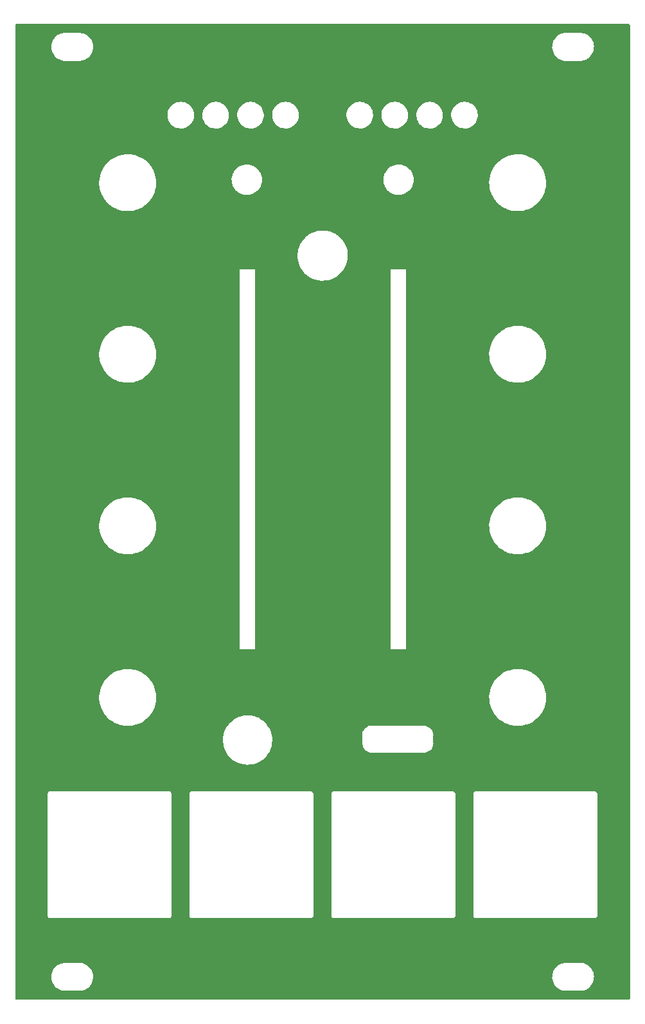
<source format=gbr>
%TF.GenerationSoftware,KiCad,Pcbnew,(6.0.11)*%
%TF.CreationDate,2023-07-06T11:07:26+01:00*%
%TF.ProjectId,Quango_Panel,5175616e-676f-45f5-9061-6e656c2e6b69,rev?*%
%TF.SameCoordinates,Original*%
%TF.FileFunction,Copper,L1,Top*%
%TF.FilePolarity,Positive*%
%FSLAX46Y46*%
G04 Gerber Fmt 4.6, Leading zero omitted, Abs format (unit mm)*
G04 Created by KiCad (PCBNEW (6.0.11)) date 2023-07-06 11:07:26*
%MOMM*%
%LPD*%
G01*
G04 APERTURE LIST*
G04 APERTURE END LIST*
%TA.AperFunction,NonConductor*%
G36*
X130941121Y-30021002D02*
G01*
X130987614Y-30074658D01*
X130999000Y-30127000D01*
X130999000Y-158373000D01*
X130978998Y-158441121D01*
X130925342Y-158487614D01*
X130873000Y-158499000D01*
X50127000Y-158499000D01*
X50058879Y-158478998D01*
X50012386Y-158425342D01*
X50001000Y-158373000D01*
X50001000Y-155542095D01*
X54745028Y-155542095D01*
X54770534Y-155809431D01*
X54834364Y-156070285D01*
X54935182Y-156319192D01*
X55070875Y-156550938D01*
X55073728Y-156554505D01*
X55185225Y-156693925D01*
X55238601Y-156760669D01*
X55434846Y-156943991D01*
X55527039Y-157007948D01*
X55651746Y-157094461D01*
X55651751Y-157094464D01*
X55655499Y-157097064D01*
X55659584Y-157099096D01*
X55659587Y-157099098D01*
X55775719Y-157156872D01*
X55895938Y-157216680D01*
X55900272Y-157218101D01*
X55900275Y-157218102D01*
X56146793Y-157298915D01*
X56146798Y-157298916D01*
X56151126Y-157300335D01*
X56155617Y-157301115D01*
X56155618Y-157301115D01*
X56411936Y-157345620D01*
X56411944Y-157345621D01*
X56415717Y-157346276D01*
X56419554Y-157346467D01*
X56498996Y-157350422D01*
X56499004Y-157350422D01*
X56500567Y-157350500D01*
X58468223Y-157350500D01*
X58470491Y-157350335D01*
X58470503Y-157350335D01*
X58600823Y-157340879D01*
X58667846Y-157336016D01*
X58672301Y-157335032D01*
X58672304Y-157335032D01*
X58925620Y-157279105D01*
X58925624Y-157279104D01*
X58930080Y-157278120D01*
X59097617Y-157214646D01*
X59176941Y-157184593D01*
X59176944Y-157184592D01*
X59181211Y-157182975D01*
X59415976Y-157052574D01*
X59558254Y-156943991D01*
X59625833Y-156892417D01*
X59625837Y-156892413D01*
X59629458Y-156889650D01*
X59817185Y-156697614D01*
X59975225Y-156480491D01*
X60062313Y-156314963D01*
X60098140Y-156246868D01*
X60098143Y-156246862D01*
X60100265Y-156242828D01*
X60159703Y-156074515D01*
X60188165Y-155993916D01*
X60188165Y-155993915D01*
X60189688Y-155989603D01*
X60241620Y-155726122D01*
X60241847Y-155721566D01*
X60250781Y-155542095D01*
X120745028Y-155542095D01*
X120770534Y-155809431D01*
X120834364Y-156070285D01*
X120935182Y-156319192D01*
X121070875Y-156550938D01*
X121073728Y-156554505D01*
X121185225Y-156693925D01*
X121238601Y-156760669D01*
X121434846Y-156943991D01*
X121527039Y-157007948D01*
X121651746Y-157094461D01*
X121651751Y-157094464D01*
X121655499Y-157097064D01*
X121659584Y-157099096D01*
X121659587Y-157099098D01*
X121775719Y-157156872D01*
X121895938Y-157216680D01*
X121900272Y-157218101D01*
X121900275Y-157218102D01*
X122146793Y-157298915D01*
X122146798Y-157298916D01*
X122151126Y-157300335D01*
X122155617Y-157301115D01*
X122155618Y-157301115D01*
X122411936Y-157345620D01*
X122411944Y-157345621D01*
X122415717Y-157346276D01*
X122419554Y-157346467D01*
X122498996Y-157350422D01*
X122499004Y-157350422D01*
X122500567Y-157350500D01*
X124468223Y-157350500D01*
X124470491Y-157350335D01*
X124470503Y-157350335D01*
X124600823Y-157340879D01*
X124667846Y-157336016D01*
X124672301Y-157335032D01*
X124672304Y-157335032D01*
X124925620Y-157279105D01*
X124925624Y-157279104D01*
X124930080Y-157278120D01*
X125097617Y-157214646D01*
X125176941Y-157184593D01*
X125176944Y-157184592D01*
X125181211Y-157182975D01*
X125415976Y-157052574D01*
X125558254Y-156943991D01*
X125625833Y-156892417D01*
X125625837Y-156892413D01*
X125629458Y-156889650D01*
X125817185Y-156697614D01*
X125975225Y-156480491D01*
X126062313Y-156314963D01*
X126098140Y-156246868D01*
X126098143Y-156246862D01*
X126100265Y-156242828D01*
X126159703Y-156074515D01*
X126188165Y-155993916D01*
X126188165Y-155993915D01*
X126189688Y-155989603D01*
X126241620Y-155726122D01*
X126241847Y-155721566D01*
X126254745Y-155462474D01*
X126254745Y-155462468D01*
X126254972Y-155457905D01*
X126229466Y-155190569D01*
X126165636Y-154929715D01*
X126064818Y-154680808D01*
X125929125Y-154449062D01*
X125818211Y-154310371D01*
X125764251Y-154242897D01*
X125764250Y-154242895D01*
X125761399Y-154239331D01*
X125565154Y-154056009D01*
X125405436Y-153945208D01*
X125348254Y-153905539D01*
X125348249Y-153905536D01*
X125344501Y-153902936D01*
X125340416Y-153900904D01*
X125340413Y-153900902D01*
X125168560Y-153815407D01*
X125104062Y-153783320D01*
X125099728Y-153781899D01*
X125099725Y-153781898D01*
X124853207Y-153701085D01*
X124853202Y-153701084D01*
X124848874Y-153699665D01*
X124844382Y-153698885D01*
X124588064Y-153654380D01*
X124588056Y-153654379D01*
X124584283Y-153653724D01*
X124575622Y-153653293D01*
X124501004Y-153649578D01*
X124500996Y-153649578D01*
X124499433Y-153649500D01*
X122531777Y-153649500D01*
X122529509Y-153649665D01*
X122529497Y-153649665D01*
X122399177Y-153659121D01*
X122332154Y-153663984D01*
X122327699Y-153664968D01*
X122327696Y-153664968D01*
X122074380Y-153720895D01*
X122074376Y-153720896D01*
X122069920Y-153721880D01*
X121944355Y-153769452D01*
X121823059Y-153815407D01*
X121823056Y-153815408D01*
X121818789Y-153817025D01*
X121584024Y-153947426D01*
X121580392Y-153950198D01*
X121374167Y-154107583D01*
X121374163Y-154107587D01*
X121370542Y-154110350D01*
X121182815Y-154302386D01*
X121024775Y-154519509D01*
X121022651Y-154523547D01*
X120901860Y-154753132D01*
X120901857Y-154753138D01*
X120899735Y-154757172D01*
X120898215Y-154761477D01*
X120898213Y-154761481D01*
X120838804Y-154929715D01*
X120810312Y-155010397D01*
X120758380Y-155273878D01*
X120758153Y-155278431D01*
X120758153Y-155278434D01*
X120748992Y-155462474D01*
X120745028Y-155542095D01*
X60250781Y-155542095D01*
X60254745Y-155462474D01*
X60254745Y-155462468D01*
X60254972Y-155457905D01*
X60229466Y-155190569D01*
X60165636Y-154929715D01*
X60064818Y-154680808D01*
X59929125Y-154449062D01*
X59818211Y-154310371D01*
X59764251Y-154242897D01*
X59764250Y-154242895D01*
X59761399Y-154239331D01*
X59565154Y-154056009D01*
X59405436Y-153945208D01*
X59348254Y-153905539D01*
X59348249Y-153905536D01*
X59344501Y-153902936D01*
X59340416Y-153900904D01*
X59340413Y-153900902D01*
X59168560Y-153815407D01*
X59104062Y-153783320D01*
X59099728Y-153781899D01*
X59099725Y-153781898D01*
X58853207Y-153701085D01*
X58853202Y-153701084D01*
X58848874Y-153699665D01*
X58844382Y-153698885D01*
X58588064Y-153654380D01*
X58588056Y-153654379D01*
X58584283Y-153653724D01*
X58575622Y-153653293D01*
X58501004Y-153649578D01*
X58500996Y-153649578D01*
X58499433Y-153649500D01*
X56531777Y-153649500D01*
X56529509Y-153649665D01*
X56529497Y-153649665D01*
X56399177Y-153659121D01*
X56332154Y-153663984D01*
X56327699Y-153664968D01*
X56327696Y-153664968D01*
X56074380Y-153720895D01*
X56074376Y-153720896D01*
X56069920Y-153721880D01*
X55944355Y-153769452D01*
X55823059Y-153815407D01*
X55823056Y-153815408D01*
X55818789Y-153817025D01*
X55584024Y-153947426D01*
X55580392Y-153950198D01*
X55374167Y-154107583D01*
X55374163Y-154107587D01*
X55370542Y-154110350D01*
X55182815Y-154302386D01*
X55024775Y-154519509D01*
X55022651Y-154523547D01*
X54901860Y-154753132D01*
X54901857Y-154753138D01*
X54899735Y-154757172D01*
X54898215Y-154761477D01*
X54898213Y-154761481D01*
X54838804Y-154929715D01*
X54810312Y-155010397D01*
X54758380Y-155273878D01*
X54758153Y-155278431D01*
X54758153Y-155278434D01*
X54748992Y-155462474D01*
X54745028Y-155542095D01*
X50001000Y-155542095D01*
X50001000Y-131380124D01*
X54235343Y-131380124D01*
X54238918Y-131380029D01*
X54238976Y-131380158D01*
X54239000Y-131380466D01*
X54239000Y-147419585D01*
X54238972Y-147419847D01*
X54238918Y-147419967D01*
X54238918Y-147419968D01*
X54235371Y-147419860D01*
X54246950Y-147511257D01*
X54251136Y-147520185D01*
X54251137Y-147520187D01*
X54266506Y-147552963D01*
X54286063Y-147594669D01*
X54348921Y-147662021D01*
X54429439Y-147706790D01*
X54439116Y-147708701D01*
X54439118Y-147708702D01*
X54463925Y-147713601D01*
X54519820Y-147724641D01*
X54519895Y-147722715D01*
X54520177Y-147722771D01*
X54520177Y-147721000D01*
X70275828Y-147721000D01*
X70279918Y-147721391D01*
X70279702Y-147725043D01*
X70297847Y-147723103D01*
X70300953Y-147722771D01*
X70316302Y-147721130D01*
X70366963Y-147715714D01*
X70366965Y-147715713D01*
X70377360Y-147714602D01*
X70466313Y-147672969D01*
X70477627Y-147662021D01*
X70529378Y-147611941D01*
X70536892Y-147604670D01*
X70581421Y-147517130D01*
X70595060Y-147419867D01*
X70591137Y-147419970D01*
X70591000Y-147418095D01*
X70591000Y-131380187D01*
X70593371Y-131380187D01*
X70593361Y-131380124D01*
X72935343Y-131380124D01*
X72938918Y-131380029D01*
X72938976Y-131380158D01*
X72939000Y-131380466D01*
X72939000Y-147419585D01*
X72938972Y-147419847D01*
X72938918Y-147419967D01*
X72938918Y-147419968D01*
X72935371Y-147419860D01*
X72946950Y-147511257D01*
X72951136Y-147520185D01*
X72951137Y-147520187D01*
X72966506Y-147552963D01*
X72986063Y-147594669D01*
X73048921Y-147662021D01*
X73129439Y-147706790D01*
X73139116Y-147708701D01*
X73139118Y-147708702D01*
X73163925Y-147713601D01*
X73219820Y-147724641D01*
X73219895Y-147722715D01*
X73220177Y-147722771D01*
X73220177Y-147721000D01*
X88975828Y-147721000D01*
X88979918Y-147721391D01*
X88979702Y-147725043D01*
X88997847Y-147723103D01*
X89000953Y-147722771D01*
X89016302Y-147721130D01*
X89066963Y-147715714D01*
X89066965Y-147715713D01*
X89077360Y-147714602D01*
X89166313Y-147672969D01*
X89177627Y-147662021D01*
X89229378Y-147611941D01*
X89236892Y-147604670D01*
X89281421Y-147517130D01*
X89295060Y-147419867D01*
X89291137Y-147419970D01*
X89291000Y-147418095D01*
X89291000Y-131380187D01*
X89293371Y-131380187D01*
X89293361Y-131380124D01*
X91635343Y-131380124D01*
X91638918Y-131380029D01*
X91638976Y-131380158D01*
X91639000Y-131380466D01*
X91639000Y-147419585D01*
X91638972Y-147419847D01*
X91638918Y-147419967D01*
X91638918Y-147419968D01*
X91635371Y-147419860D01*
X91646950Y-147511257D01*
X91651136Y-147520185D01*
X91651137Y-147520187D01*
X91666506Y-147552963D01*
X91686063Y-147594669D01*
X91748921Y-147662021D01*
X91829439Y-147706790D01*
X91839116Y-147708701D01*
X91839118Y-147708702D01*
X91863925Y-147713601D01*
X91919820Y-147724641D01*
X91919895Y-147722715D01*
X91920177Y-147722771D01*
X91920177Y-147721000D01*
X107675828Y-147721000D01*
X107679918Y-147721391D01*
X107679702Y-147725043D01*
X107697847Y-147723103D01*
X107700953Y-147722771D01*
X107716302Y-147721130D01*
X107766963Y-147715714D01*
X107766965Y-147715713D01*
X107777360Y-147714602D01*
X107866313Y-147672969D01*
X107877627Y-147662021D01*
X107929378Y-147611941D01*
X107936892Y-147604670D01*
X107981421Y-147517130D01*
X107995060Y-147419867D01*
X107991137Y-147419970D01*
X107991000Y-147418095D01*
X107991000Y-131380187D01*
X107993371Y-131380187D01*
X107993361Y-131380124D01*
X110335343Y-131380124D01*
X110338918Y-131380029D01*
X110338976Y-131380158D01*
X110339000Y-131380466D01*
X110339000Y-147419585D01*
X110338972Y-147419847D01*
X110338918Y-147419967D01*
X110338918Y-147419968D01*
X110335371Y-147419860D01*
X110346950Y-147511257D01*
X110351136Y-147520185D01*
X110351137Y-147520187D01*
X110366506Y-147552963D01*
X110386063Y-147594669D01*
X110448921Y-147662021D01*
X110529439Y-147706790D01*
X110539116Y-147708701D01*
X110539118Y-147708702D01*
X110563925Y-147713601D01*
X110619820Y-147724641D01*
X110619895Y-147722715D01*
X110620177Y-147722771D01*
X110620177Y-147721000D01*
X126375828Y-147721000D01*
X126379918Y-147721391D01*
X126379702Y-147725043D01*
X126397847Y-147723103D01*
X126400953Y-147722771D01*
X126416302Y-147721130D01*
X126466963Y-147715714D01*
X126466965Y-147715713D01*
X126477360Y-147714602D01*
X126566313Y-147672969D01*
X126577627Y-147662021D01*
X126629378Y-147611941D01*
X126636892Y-147604670D01*
X126681421Y-147517130D01*
X126695060Y-147419867D01*
X126691137Y-147419970D01*
X126691000Y-147418095D01*
X126691000Y-131380187D01*
X126693371Y-131380187D01*
X126693329Y-131379925D01*
X126694875Y-131379890D01*
X126677702Y-131284631D01*
X126632139Y-131199230D01*
X126562577Y-131131921D01*
X126475723Y-131089192D01*
X126440582Y-131084044D01*
X126397872Y-131077788D01*
X126397871Y-131077788D01*
X126379950Y-131075163D01*
X126379951Y-131075300D01*
X126379797Y-131075277D01*
X126379797Y-131079000D01*
X110620176Y-131079000D01*
X110620176Y-131077583D01*
X110619899Y-131077630D01*
X110619801Y-131075304D01*
X110601635Y-131078947D01*
X110601634Y-131078947D01*
X110539172Y-131091474D01*
X110539171Y-131091474D01*
X110529549Y-131093404D01*
X110449165Y-131138254D01*
X110442466Y-131145433D01*
X110398649Y-131192387D01*
X110386364Y-131205551D01*
X110347169Y-131288838D01*
X110335343Y-131380124D01*
X107993361Y-131380124D01*
X107993329Y-131379925D01*
X107994875Y-131379890D01*
X107977702Y-131284631D01*
X107932139Y-131199230D01*
X107862577Y-131131921D01*
X107775723Y-131089192D01*
X107740582Y-131084044D01*
X107697872Y-131077788D01*
X107697871Y-131077788D01*
X107679950Y-131075163D01*
X107679951Y-131075300D01*
X107679797Y-131075277D01*
X107679797Y-131079000D01*
X91920176Y-131079000D01*
X91920176Y-131077583D01*
X91919899Y-131077630D01*
X91919801Y-131075304D01*
X91901635Y-131078947D01*
X91901634Y-131078947D01*
X91839172Y-131091474D01*
X91839171Y-131091474D01*
X91829549Y-131093404D01*
X91749165Y-131138254D01*
X91742466Y-131145433D01*
X91698649Y-131192387D01*
X91686364Y-131205551D01*
X91647169Y-131288838D01*
X91635343Y-131380124D01*
X89293361Y-131380124D01*
X89293329Y-131379925D01*
X89294875Y-131379890D01*
X89277702Y-131284631D01*
X89232139Y-131199230D01*
X89162577Y-131131921D01*
X89075723Y-131089192D01*
X89040582Y-131084044D01*
X88997872Y-131077788D01*
X88997871Y-131077788D01*
X88979950Y-131075163D01*
X88979951Y-131075300D01*
X88979797Y-131075277D01*
X88979797Y-131079000D01*
X73220176Y-131079000D01*
X73220176Y-131077583D01*
X73219899Y-131077630D01*
X73219801Y-131075304D01*
X73201635Y-131078947D01*
X73201634Y-131078947D01*
X73139172Y-131091474D01*
X73139171Y-131091474D01*
X73129549Y-131093404D01*
X73049165Y-131138254D01*
X73042466Y-131145433D01*
X72998649Y-131192387D01*
X72986364Y-131205551D01*
X72947169Y-131288838D01*
X72935343Y-131380124D01*
X70593361Y-131380124D01*
X70593329Y-131379925D01*
X70594875Y-131379890D01*
X70577702Y-131284631D01*
X70532139Y-131199230D01*
X70462577Y-131131921D01*
X70375723Y-131089192D01*
X70340582Y-131084044D01*
X70297872Y-131077788D01*
X70297871Y-131077788D01*
X70279950Y-131075163D01*
X70279951Y-131075300D01*
X70279797Y-131075277D01*
X70279797Y-131079000D01*
X54520176Y-131079000D01*
X54520176Y-131077583D01*
X54519899Y-131077630D01*
X54519801Y-131075304D01*
X54501635Y-131078947D01*
X54501634Y-131078947D01*
X54439172Y-131091474D01*
X54439171Y-131091474D01*
X54429549Y-131093404D01*
X54349165Y-131138254D01*
X54342466Y-131145433D01*
X54298649Y-131192387D01*
X54286364Y-131205551D01*
X54247169Y-131288838D01*
X54235343Y-131380124D01*
X50001000Y-131380124D01*
X50001000Y-124197744D01*
X77346163Y-124197744D01*
X77346245Y-124201212D01*
X77350983Y-124402256D01*
X77354592Y-124555419D01*
X77402220Y-124910009D01*
X77403056Y-124913373D01*
X77403056Y-124913375D01*
X77452620Y-125112906D01*
X77488470Y-125257232D01*
X77489670Y-125260485D01*
X77489671Y-125260488D01*
X77494374Y-125273236D01*
X77612302Y-125592892D01*
X77681654Y-125731686D01*
X77770674Y-125909844D01*
X77770678Y-125909851D01*
X77772220Y-125912937D01*
X77966291Y-126213501D01*
X78062193Y-126331298D01*
X78189988Y-126488271D01*
X78189995Y-126488278D01*
X78192173Y-126490954D01*
X78447137Y-126741944D01*
X78728103Y-126963440D01*
X79031678Y-127152766D01*
X79034804Y-127154267D01*
X79034813Y-127154272D01*
X79204241Y-127235630D01*
X79354196Y-127307637D01*
X79357465Y-127308785D01*
X79688501Y-127425037D01*
X79688509Y-127425039D01*
X79691760Y-127426181D01*
X79695122Y-127426960D01*
X79695128Y-127426962D01*
X79833671Y-127459074D01*
X80040295Y-127506967D01*
X80043712Y-127507371D01*
X80043721Y-127507373D01*
X80392885Y-127548699D01*
X80395589Y-127549019D01*
X80398304Y-127549104D01*
X80398313Y-127549105D01*
X80423269Y-127549889D01*
X80442714Y-127550500D01*
X80689817Y-127550500D01*
X80691536Y-127550405D01*
X80691551Y-127550405D01*
X80833689Y-127542582D01*
X80957234Y-127535783D01*
X80960646Y-127535215D01*
X80960656Y-127535214D01*
X81203955Y-127494717D01*
X81310153Y-127477041D01*
X81654495Y-127379927D01*
X81986100Y-127245613D01*
X82161589Y-127150924D01*
X82297914Y-127077367D01*
X82297918Y-127077364D01*
X82300964Y-127075721D01*
X82463422Y-126963440D01*
X82592443Y-126874269D01*
X82592449Y-126874265D01*
X82595284Y-126872305D01*
X82865504Y-126637819D01*
X82999019Y-126493384D01*
X83106014Y-126377637D01*
X83108362Y-126375097D01*
X83225738Y-126216183D01*
X83318860Y-126090106D01*
X83318865Y-126090098D01*
X83320923Y-126087312D01*
X83500621Y-125777940D01*
X83645285Y-125450717D01*
X83753167Y-125109596D01*
X83757340Y-125088620D01*
X83822291Y-124762089D01*
X83822966Y-124758696D01*
X83828174Y-124698573D01*
X83853538Y-124405712D01*
X83853538Y-124405706D01*
X83853837Y-124402256D01*
X83849099Y-124201212D01*
X83845490Y-124048045D01*
X83845489Y-124048038D01*
X83845408Y-124044581D01*
X83799124Y-123700000D01*
X95694977Y-123700000D01*
X95698474Y-123700000D01*
X95699109Y-123705582D01*
X95718004Y-124668800D01*
X95717073Y-124680761D01*
X95714216Y-124680761D01*
X95715475Y-124696764D01*
X95720615Y-124762089D01*
X95730278Y-124884914D01*
X95778079Y-125084040D01*
X95779976Y-125088620D01*
X95851164Y-125260488D01*
X95856444Y-125273236D01*
X95859030Y-125277456D01*
X95859033Y-125277462D01*
X95960855Y-125443624D01*
X95963441Y-125447844D01*
X96096437Y-125603563D01*
X96252156Y-125736559D01*
X96256376Y-125739145D01*
X96422538Y-125840967D01*
X96422544Y-125840970D01*
X96426764Y-125843556D01*
X96431339Y-125845451D01*
X96431343Y-125845453D01*
X96594270Y-125912937D01*
X96615960Y-125921921D01*
X96815086Y-125969722D01*
X96820018Y-125970110D01*
X96820024Y-125970111D01*
X97001427Y-125984383D01*
X97001429Y-125984383D01*
X97019239Y-125985784D01*
X97019239Y-125982532D01*
X97026657Y-125981761D01*
X103770078Y-125981761D01*
X103780761Y-125982698D01*
X103780761Y-125985784D01*
X103796764Y-125984525D01*
X103796765Y-125984525D01*
X103979976Y-125970111D01*
X103979982Y-125970110D01*
X103984914Y-125969722D01*
X104184040Y-125921921D01*
X104205730Y-125912937D01*
X104368657Y-125845453D01*
X104368661Y-125845451D01*
X104373236Y-125843556D01*
X104377456Y-125840970D01*
X104377462Y-125840967D01*
X104543624Y-125739145D01*
X104547844Y-125736559D01*
X104703563Y-125603563D01*
X104836559Y-125447844D01*
X104839145Y-125443624D01*
X104940967Y-125277462D01*
X104940970Y-125277456D01*
X104943556Y-125273236D01*
X104948837Y-125260488D01*
X105020024Y-125088620D01*
X105021921Y-125084040D01*
X105069722Y-124884914D01*
X105079386Y-124762089D01*
X105084383Y-124698573D01*
X105084383Y-124698571D01*
X105085784Y-124680761D01*
X105082532Y-124680761D01*
X105081761Y-124673343D01*
X105081761Y-123729922D01*
X105082698Y-123719239D01*
X105085784Y-123719239D01*
X105069722Y-123515086D01*
X105021921Y-123315960D01*
X104954258Y-123152601D01*
X104945453Y-123131343D01*
X104945451Y-123131339D01*
X104943556Y-123126764D01*
X104940970Y-123122544D01*
X104940967Y-123122538D01*
X104839145Y-122956376D01*
X104836559Y-122952156D01*
X104703563Y-122796437D01*
X104547844Y-122663441D01*
X104512251Y-122641630D01*
X104377462Y-122559033D01*
X104377456Y-122559030D01*
X104373236Y-122556444D01*
X104368661Y-122554549D01*
X104368657Y-122554547D01*
X104188620Y-122479976D01*
X104184040Y-122478079D01*
X103984914Y-122430278D01*
X103979982Y-122429890D01*
X103979976Y-122429889D01*
X103881373Y-122422132D01*
X103780761Y-122414216D01*
X103780761Y-122417431D01*
X103773083Y-122418218D01*
X100274643Y-122408291D01*
X97010494Y-122399029D01*
X97000000Y-122398094D01*
X97000000Y-122394977D01*
X96983999Y-122396236D01*
X96983998Y-122396236D01*
X96883337Y-122404159D01*
X96795849Y-122411044D01*
X96791042Y-122412198D01*
X96791036Y-122412199D01*
X96692928Y-122435753D01*
X96596726Y-122458849D01*
X96592155Y-122460742D01*
X96592153Y-122460743D01*
X96412106Y-122535321D01*
X96412102Y-122535323D01*
X96407532Y-122537216D01*
X96232927Y-122644214D01*
X96077209Y-122777209D01*
X95944214Y-122932927D01*
X95837216Y-123107532D01*
X95835323Y-123112102D01*
X95835321Y-123112106D01*
X95760743Y-123292153D01*
X95758849Y-123296726D01*
X95753785Y-123317821D01*
X95713146Y-123487094D01*
X95711044Y-123495849D01*
X95694977Y-123700000D01*
X83799124Y-123700000D01*
X83797780Y-123689991D01*
X83795781Y-123681943D01*
X83712367Y-123346136D01*
X83712365Y-123346129D01*
X83711530Y-123342768D01*
X83696320Y-123301538D01*
X83588898Y-123010361D01*
X83587698Y-123007108D01*
X83496822Y-122825238D01*
X83429326Y-122690156D01*
X83429322Y-122690149D01*
X83427780Y-122687063D01*
X83233709Y-122386499D01*
X83104419Y-122227691D01*
X83010012Y-122111729D01*
X83010005Y-122111722D01*
X83007827Y-122109046D01*
X82955950Y-122057977D01*
X82763917Y-121868938D01*
X82752863Y-121858056D01*
X82471897Y-121636560D01*
X82168322Y-121447234D01*
X82165196Y-121445733D01*
X82165187Y-121445728D01*
X81995759Y-121364370D01*
X81845804Y-121292363D01*
X81842535Y-121291215D01*
X81511499Y-121174963D01*
X81511491Y-121174961D01*
X81508240Y-121173819D01*
X81504878Y-121173040D01*
X81504872Y-121173038D01*
X81292887Y-121123903D01*
X81159705Y-121093033D01*
X81156288Y-121092629D01*
X81156279Y-121092627D01*
X80807115Y-121051301D01*
X80807114Y-121051301D01*
X80804411Y-121050981D01*
X80801696Y-121050896D01*
X80801687Y-121050895D01*
X80776731Y-121050111D01*
X80757286Y-121049500D01*
X80510183Y-121049500D01*
X80508464Y-121049595D01*
X80508449Y-121049595D01*
X80366311Y-121057418D01*
X80242766Y-121064217D01*
X80239354Y-121064785D01*
X80239344Y-121064786D01*
X80019847Y-121101321D01*
X79889847Y-121122959D01*
X79545505Y-121220073D01*
X79213900Y-121354387D01*
X79152033Y-121387769D01*
X78902086Y-121522633D01*
X78902082Y-121522636D01*
X78899036Y-121524279D01*
X78896188Y-121526248D01*
X78896187Y-121526248D01*
X78607557Y-121725731D01*
X78607551Y-121725735D01*
X78604716Y-121727695D01*
X78334496Y-121962181D01*
X78332148Y-121964721D01*
X78332146Y-121964723D01*
X78198735Y-122109046D01*
X78091638Y-122224903D01*
X78089579Y-122227691D01*
X77881140Y-122509894D01*
X77881135Y-122509902D01*
X77879077Y-122512688D01*
X77877338Y-122515682D01*
X77877336Y-122515685D01*
X77804181Y-122641630D01*
X77699379Y-122822060D01*
X77554715Y-123149283D01*
X77446833Y-123490404D01*
X77446158Y-123493797D01*
X77446156Y-123493805D01*
X77407802Y-123686625D01*
X77377034Y-123841304D01*
X77346163Y-124197744D01*
X50001000Y-124197744D01*
X50001000Y-118601693D01*
X61045808Y-118601693D01*
X61055589Y-118988117D01*
X61056004Y-118991332D01*
X61056004Y-118991336D01*
X61080816Y-119183689D01*
X61105040Y-119371488D01*
X61193637Y-119747745D01*
X61320441Y-120112902D01*
X61321814Y-120115839D01*
X61482732Y-120460146D01*
X61482737Y-120460155D01*
X61484109Y-120463091D01*
X61682906Y-120794600D01*
X61914727Y-121103919D01*
X61916926Y-121106298D01*
X61916927Y-121106299D01*
X62048965Y-121249136D01*
X62177116Y-121387769D01*
X62467293Y-121643144D01*
X62469935Y-121645025D01*
X62469940Y-121645029D01*
X62630270Y-121759180D01*
X62782183Y-121867339D01*
X63118450Y-122057977D01*
X63121414Y-122059275D01*
X63121418Y-122059277D01*
X63224632Y-122104477D01*
X63472533Y-122213040D01*
X63475616Y-122214027D01*
X63475619Y-122214028D01*
X63607325Y-122256187D01*
X63840679Y-122330885D01*
X64029834Y-122370574D01*
X64215808Y-122409596D01*
X64215812Y-122409597D01*
X64218988Y-122410263D01*
X64603453Y-122450332D01*
X64605879Y-122450396D01*
X64605886Y-122450396D01*
X64607477Y-122450437D01*
X64609868Y-122450500D01*
X64896620Y-122450500D01*
X64898229Y-122450417D01*
X64898232Y-122450417D01*
X64955810Y-122447450D01*
X65186035Y-122435586D01*
X65446846Y-122394977D01*
X65564771Y-122376616D01*
X65564775Y-122376615D01*
X65567981Y-122376116D01*
X65941790Y-122277700D01*
X65944815Y-122276560D01*
X66300465Y-122142526D01*
X66300472Y-122142523D01*
X66303502Y-122141381D01*
X66649286Y-121968603D01*
X66975478Y-121761195D01*
X67278622Y-121521357D01*
X67356258Y-121445728D01*
X67553187Y-121253888D01*
X67555507Y-121251628D01*
X67803199Y-120954866D01*
X67805004Y-120952185D01*
X67805010Y-120952177D01*
X68017264Y-120636904D01*
X68017267Y-120636899D01*
X68019074Y-120634215D01*
X68200845Y-120293072D01*
X68275434Y-120109842D01*
X68345362Y-119938059D01*
X68345362Y-119938058D01*
X68346586Y-119935052D01*
X68454753Y-119563947D01*
X68524200Y-119183689D01*
X68554192Y-118798307D01*
X68549215Y-118601693D01*
X112445808Y-118601693D01*
X112455589Y-118988117D01*
X112456004Y-118991332D01*
X112456004Y-118991336D01*
X112480816Y-119183689D01*
X112505040Y-119371488D01*
X112593637Y-119747745D01*
X112720441Y-120112902D01*
X112721814Y-120115839D01*
X112882732Y-120460146D01*
X112882737Y-120460155D01*
X112884109Y-120463091D01*
X113082906Y-120794600D01*
X113314727Y-121103919D01*
X113316926Y-121106298D01*
X113316927Y-121106299D01*
X113448965Y-121249136D01*
X113577116Y-121387769D01*
X113867293Y-121643144D01*
X113869935Y-121645025D01*
X113869940Y-121645029D01*
X114030270Y-121759180D01*
X114182183Y-121867339D01*
X114518450Y-122057977D01*
X114521414Y-122059275D01*
X114521418Y-122059277D01*
X114624632Y-122104477D01*
X114872533Y-122213040D01*
X114875616Y-122214027D01*
X114875619Y-122214028D01*
X115007325Y-122256187D01*
X115240679Y-122330885D01*
X115429834Y-122370574D01*
X115615808Y-122409596D01*
X115615812Y-122409597D01*
X115618988Y-122410263D01*
X116003453Y-122450332D01*
X116005879Y-122450396D01*
X116005886Y-122450396D01*
X116007477Y-122450437D01*
X116009868Y-122450500D01*
X116296620Y-122450500D01*
X116298229Y-122450417D01*
X116298232Y-122450417D01*
X116355810Y-122447450D01*
X116586035Y-122435586D01*
X116846846Y-122394977D01*
X116964771Y-122376616D01*
X116964775Y-122376615D01*
X116967981Y-122376116D01*
X117341790Y-122277700D01*
X117344815Y-122276560D01*
X117700465Y-122142526D01*
X117700472Y-122142523D01*
X117703502Y-122141381D01*
X118049286Y-121968603D01*
X118375478Y-121761195D01*
X118678622Y-121521357D01*
X118756258Y-121445728D01*
X118953187Y-121253888D01*
X118955507Y-121251628D01*
X119203199Y-120954866D01*
X119205004Y-120952185D01*
X119205010Y-120952177D01*
X119417264Y-120636904D01*
X119417267Y-120636899D01*
X119419074Y-120634215D01*
X119600845Y-120293072D01*
X119675434Y-120109842D01*
X119745362Y-119938059D01*
X119745362Y-119938058D01*
X119746586Y-119935052D01*
X119854753Y-119563947D01*
X119924200Y-119183689D01*
X119954192Y-118798307D01*
X119944411Y-118411883D01*
X119919602Y-118219548D01*
X119895374Y-118031718D01*
X119895372Y-118031709D01*
X119894960Y-118028512D01*
X119806363Y-117652255D01*
X119679559Y-117287098D01*
X119594012Y-117104059D01*
X119517268Y-116939854D01*
X119517263Y-116939845D01*
X119515891Y-116936909D01*
X119317094Y-116605400D01*
X119085273Y-116296081D01*
X118822884Y-116012231D01*
X118532707Y-115756856D01*
X118530065Y-115754975D01*
X118530060Y-115754971D01*
X118220463Y-115534545D01*
X118217817Y-115532661D01*
X117881550Y-115342023D01*
X117878586Y-115340725D01*
X117878582Y-115340723D01*
X117694412Y-115260070D01*
X117527467Y-115186960D01*
X117159321Y-115069115D01*
X116941371Y-115023384D01*
X116784192Y-114990404D01*
X116784188Y-114990403D01*
X116781012Y-114989737D01*
X116396547Y-114949668D01*
X116394121Y-114949604D01*
X116394114Y-114949604D01*
X116392523Y-114949563D01*
X116390132Y-114949500D01*
X116103380Y-114949500D01*
X116101771Y-114949583D01*
X116101768Y-114949583D01*
X116044190Y-114952550D01*
X115813965Y-114964414D01*
X115569326Y-115002505D01*
X115435229Y-115023384D01*
X115435225Y-115023385D01*
X115432019Y-115023884D01*
X115058210Y-115122300D01*
X115055186Y-115123440D01*
X115055185Y-115123440D01*
X114699535Y-115257474D01*
X114699528Y-115257477D01*
X114696498Y-115258619D01*
X114350714Y-115431397D01*
X114024522Y-115638805D01*
X113721378Y-115878643D01*
X113444493Y-116148372D01*
X113196801Y-116445134D01*
X113194996Y-116447815D01*
X113194990Y-116447823D01*
X112982736Y-116763096D01*
X112980926Y-116765785D01*
X112799155Y-117106928D01*
X112797932Y-117109933D01*
X112797928Y-117109941D01*
X112654638Y-117461941D01*
X112653414Y-117464948D01*
X112545247Y-117836053D01*
X112475800Y-118216311D01*
X112445808Y-118601693D01*
X68549215Y-118601693D01*
X68544411Y-118411883D01*
X68519602Y-118219548D01*
X68495374Y-118031718D01*
X68495372Y-118031709D01*
X68494960Y-118028512D01*
X68406363Y-117652255D01*
X68279559Y-117287098D01*
X68194012Y-117104059D01*
X68117268Y-116939854D01*
X68117263Y-116939845D01*
X68115891Y-116936909D01*
X67917094Y-116605400D01*
X67685273Y-116296081D01*
X67422884Y-116012231D01*
X67132707Y-115756856D01*
X67130065Y-115754975D01*
X67130060Y-115754971D01*
X66820463Y-115534545D01*
X66817817Y-115532661D01*
X66481550Y-115342023D01*
X66478586Y-115340725D01*
X66478582Y-115340723D01*
X66294412Y-115260070D01*
X66127467Y-115186960D01*
X65759321Y-115069115D01*
X65541371Y-115023384D01*
X65384192Y-114990404D01*
X65384188Y-114990403D01*
X65381012Y-114989737D01*
X64996547Y-114949668D01*
X64994121Y-114949604D01*
X64994114Y-114949604D01*
X64992523Y-114949563D01*
X64990132Y-114949500D01*
X64703380Y-114949500D01*
X64701771Y-114949583D01*
X64701768Y-114949583D01*
X64644190Y-114952550D01*
X64413965Y-114964414D01*
X64169326Y-115002505D01*
X64035229Y-115023384D01*
X64035225Y-115023385D01*
X64032019Y-115023884D01*
X63658210Y-115122300D01*
X63655186Y-115123440D01*
X63655185Y-115123440D01*
X63299535Y-115257474D01*
X63299528Y-115257477D01*
X63296498Y-115258619D01*
X62950714Y-115431397D01*
X62624522Y-115638805D01*
X62321378Y-115878643D01*
X62044493Y-116148372D01*
X61796801Y-116445134D01*
X61794996Y-116447815D01*
X61794990Y-116447823D01*
X61582736Y-116763096D01*
X61580926Y-116765785D01*
X61399155Y-117106928D01*
X61397932Y-117109933D01*
X61397928Y-117109941D01*
X61254638Y-117461941D01*
X61253414Y-117464948D01*
X61145247Y-117836053D01*
X61075800Y-118216311D01*
X61045808Y-118601693D01*
X50001000Y-118601693D01*
X50001000Y-112350000D01*
X79548918Y-112350000D01*
X79549000Y-112350198D01*
X79549235Y-112350765D01*
X79550000Y-112351082D01*
X79550198Y-112351000D01*
X81549802Y-112351000D01*
X81550000Y-112351082D01*
X81550765Y-112350765D01*
X81551000Y-112350198D01*
X81551082Y-112350000D01*
X99448918Y-112350000D01*
X99449000Y-112350198D01*
X99449235Y-112350765D01*
X99450000Y-112351082D01*
X99450198Y-112351000D01*
X101449802Y-112351000D01*
X101450000Y-112351082D01*
X101450765Y-112350765D01*
X101451000Y-112350198D01*
X101451082Y-112350000D01*
X101451000Y-112349802D01*
X101451000Y-96001693D01*
X112445808Y-96001693D01*
X112455589Y-96388117D01*
X112456004Y-96391332D01*
X112456004Y-96391336D01*
X112480816Y-96583689D01*
X112505040Y-96771488D01*
X112593637Y-97147745D01*
X112720441Y-97512902D01*
X112721814Y-97515839D01*
X112882732Y-97860146D01*
X112882737Y-97860155D01*
X112884109Y-97863091D01*
X113082906Y-98194600D01*
X113314727Y-98503919D01*
X113577116Y-98787769D01*
X113867293Y-99043144D01*
X113869935Y-99045025D01*
X113869940Y-99045029D01*
X114030270Y-99159180D01*
X114182183Y-99267339D01*
X114518450Y-99457977D01*
X114521414Y-99459275D01*
X114521418Y-99459277D01*
X114624632Y-99504477D01*
X114872533Y-99613040D01*
X115240679Y-99730885D01*
X115429833Y-99770574D01*
X115615808Y-99809596D01*
X115615812Y-99809597D01*
X115618988Y-99810263D01*
X116003453Y-99850332D01*
X116005879Y-99850396D01*
X116005886Y-99850396D01*
X116007477Y-99850437D01*
X116009868Y-99850500D01*
X116296620Y-99850500D01*
X116298229Y-99850417D01*
X116298232Y-99850417D01*
X116355810Y-99847450D01*
X116586035Y-99835586D01*
X116830674Y-99797495D01*
X116964771Y-99776616D01*
X116964775Y-99776615D01*
X116967981Y-99776116D01*
X117341790Y-99677700D01*
X117510739Y-99614028D01*
X117700465Y-99542526D01*
X117700472Y-99542523D01*
X117703502Y-99541381D01*
X118049286Y-99368603D01*
X118375478Y-99161195D01*
X118678622Y-98921357D01*
X118955507Y-98651628D01*
X119203199Y-98354866D01*
X119205004Y-98352185D01*
X119205010Y-98352177D01*
X119417264Y-98036904D01*
X119417267Y-98036899D01*
X119419074Y-98034215D01*
X119600845Y-97693072D01*
X119675434Y-97509842D01*
X119745362Y-97338059D01*
X119745362Y-97338058D01*
X119746586Y-97335052D01*
X119854753Y-96963947D01*
X119924200Y-96583689D01*
X119954192Y-96198307D01*
X119944411Y-95811883D01*
X119919602Y-95619548D01*
X119895374Y-95431718D01*
X119895372Y-95431709D01*
X119894960Y-95428512D01*
X119806363Y-95052255D01*
X119679559Y-94687098D01*
X119594012Y-94504059D01*
X119517268Y-94339854D01*
X119517263Y-94339845D01*
X119515891Y-94336909D01*
X119317094Y-94005400D01*
X119085273Y-93696081D01*
X118822884Y-93412231D01*
X118532707Y-93156856D01*
X118530065Y-93154975D01*
X118530060Y-93154971D01*
X118220463Y-92934545D01*
X118217817Y-92932661D01*
X117881550Y-92742023D01*
X117878586Y-92740725D01*
X117878582Y-92740723D01*
X117694412Y-92660070D01*
X117527467Y-92586960D01*
X117159321Y-92469115D01*
X116941371Y-92423384D01*
X116784192Y-92390404D01*
X116784188Y-92390403D01*
X116781012Y-92389737D01*
X116396547Y-92349668D01*
X116394121Y-92349604D01*
X116394114Y-92349604D01*
X116392523Y-92349563D01*
X116390132Y-92349500D01*
X116103380Y-92349500D01*
X116101771Y-92349583D01*
X116101768Y-92349583D01*
X116044190Y-92352550D01*
X115813965Y-92364414D01*
X115569326Y-92402505D01*
X115435229Y-92423384D01*
X115435225Y-92423385D01*
X115432019Y-92423884D01*
X115058210Y-92522300D01*
X115055186Y-92523440D01*
X115055185Y-92523440D01*
X114699535Y-92657474D01*
X114699528Y-92657477D01*
X114696498Y-92658619D01*
X114350714Y-92831397D01*
X114024522Y-93038805D01*
X113721378Y-93278643D01*
X113444493Y-93548372D01*
X113196801Y-93845134D01*
X113194996Y-93847815D01*
X113194990Y-93847823D01*
X112982736Y-94163096D01*
X112980926Y-94165785D01*
X112799155Y-94506928D01*
X112797932Y-94509933D01*
X112797928Y-94509941D01*
X112654638Y-94861941D01*
X112653414Y-94864948D01*
X112545247Y-95236053D01*
X112475800Y-95616311D01*
X112445808Y-96001693D01*
X101451000Y-96001693D01*
X101451000Y-73401693D01*
X112445808Y-73401693D01*
X112455589Y-73788117D01*
X112456004Y-73791332D01*
X112456004Y-73791336D01*
X112480816Y-73983689D01*
X112505040Y-74171488D01*
X112593637Y-74547745D01*
X112720441Y-74912902D01*
X112721814Y-74915839D01*
X112882732Y-75260146D01*
X112882737Y-75260155D01*
X112884109Y-75263091D01*
X113082906Y-75594600D01*
X113314727Y-75903919D01*
X113577116Y-76187769D01*
X113867293Y-76443144D01*
X113869935Y-76445025D01*
X113869940Y-76445029D01*
X114030270Y-76559180D01*
X114182183Y-76667339D01*
X114518450Y-76857977D01*
X114521414Y-76859275D01*
X114521418Y-76859277D01*
X114624632Y-76904477D01*
X114872533Y-77013040D01*
X115240679Y-77130885D01*
X115429834Y-77170574D01*
X115615808Y-77209596D01*
X115615812Y-77209597D01*
X115618988Y-77210263D01*
X116003453Y-77250332D01*
X116005879Y-77250396D01*
X116005886Y-77250396D01*
X116007477Y-77250437D01*
X116009868Y-77250500D01*
X116296620Y-77250500D01*
X116298229Y-77250417D01*
X116298232Y-77250417D01*
X116355810Y-77247450D01*
X116586035Y-77235586D01*
X116830674Y-77197495D01*
X116964771Y-77176616D01*
X116964775Y-77176615D01*
X116967981Y-77176116D01*
X117341790Y-77077700D01*
X117510739Y-77014028D01*
X117700465Y-76942526D01*
X117700472Y-76942523D01*
X117703502Y-76941381D01*
X118049286Y-76768603D01*
X118375478Y-76561195D01*
X118678622Y-76321357D01*
X118955507Y-76051628D01*
X119203199Y-75754866D01*
X119205004Y-75752185D01*
X119205010Y-75752177D01*
X119417264Y-75436904D01*
X119417267Y-75436899D01*
X119419074Y-75434215D01*
X119600845Y-75093072D01*
X119675434Y-74909842D01*
X119745362Y-74738059D01*
X119745362Y-74738058D01*
X119746586Y-74735052D01*
X119854753Y-74363947D01*
X119924200Y-73983689D01*
X119954192Y-73598307D01*
X119944411Y-73211883D01*
X119919602Y-73019548D01*
X119895374Y-72831718D01*
X119895372Y-72831709D01*
X119894960Y-72828512D01*
X119806363Y-72452255D01*
X119679559Y-72087098D01*
X119594012Y-71904059D01*
X119517268Y-71739854D01*
X119517263Y-71739845D01*
X119515891Y-71736909D01*
X119317094Y-71405400D01*
X119085273Y-71096081D01*
X118822884Y-70812231D01*
X118532707Y-70556856D01*
X118530065Y-70554975D01*
X118530060Y-70554971D01*
X118220463Y-70334545D01*
X118217817Y-70332661D01*
X117881550Y-70142023D01*
X117878586Y-70140725D01*
X117878582Y-70140723D01*
X117694412Y-70060070D01*
X117527467Y-69986960D01*
X117159321Y-69869115D01*
X116941371Y-69823384D01*
X116784192Y-69790404D01*
X116784188Y-69790403D01*
X116781012Y-69789737D01*
X116396547Y-69749668D01*
X116394121Y-69749604D01*
X116394114Y-69749604D01*
X116392523Y-69749563D01*
X116390132Y-69749500D01*
X116103380Y-69749500D01*
X116101771Y-69749583D01*
X116101768Y-69749583D01*
X116044190Y-69752550D01*
X115813965Y-69764414D01*
X115569326Y-69802505D01*
X115435229Y-69823384D01*
X115435225Y-69823385D01*
X115432019Y-69823884D01*
X115058210Y-69922300D01*
X115055186Y-69923440D01*
X115055185Y-69923440D01*
X114699535Y-70057474D01*
X114699528Y-70057477D01*
X114696498Y-70058619D01*
X114350714Y-70231397D01*
X114024522Y-70438805D01*
X113721378Y-70678643D01*
X113444493Y-70948372D01*
X113196801Y-71245134D01*
X113194996Y-71247815D01*
X113194990Y-71247823D01*
X112982736Y-71563096D01*
X112980926Y-71565785D01*
X112799155Y-71906928D01*
X112797932Y-71909933D01*
X112797928Y-71909941D01*
X112654638Y-72261941D01*
X112653414Y-72264948D01*
X112545247Y-72636053D01*
X112475800Y-73016311D01*
X112445808Y-73401693D01*
X101451000Y-73401693D01*
X101451000Y-62350198D01*
X101451082Y-62350000D01*
X101450765Y-62349235D01*
X101450198Y-62349000D01*
X101450000Y-62348918D01*
X101449802Y-62349000D01*
X99450198Y-62349000D01*
X99450000Y-62348918D01*
X99449802Y-62349000D01*
X99449235Y-62349235D01*
X99448918Y-62350000D01*
X99449000Y-62350198D01*
X99449000Y-112349802D01*
X99448918Y-112350000D01*
X81551082Y-112350000D01*
X81551000Y-112349802D01*
X81551000Y-62350198D01*
X81551082Y-62350000D01*
X81550765Y-62349235D01*
X81550198Y-62349000D01*
X81550000Y-62348918D01*
X81549802Y-62349000D01*
X79550198Y-62349000D01*
X79550000Y-62348918D01*
X79549802Y-62349000D01*
X79549235Y-62349235D01*
X79548918Y-62350000D01*
X79549000Y-62350198D01*
X79549000Y-112349802D01*
X79548918Y-112350000D01*
X50001000Y-112350000D01*
X50001000Y-96001693D01*
X61045808Y-96001693D01*
X61055589Y-96388117D01*
X61056004Y-96391332D01*
X61056004Y-96391336D01*
X61080816Y-96583689D01*
X61105040Y-96771488D01*
X61193637Y-97147745D01*
X61320441Y-97512902D01*
X61321814Y-97515839D01*
X61482732Y-97860146D01*
X61482737Y-97860155D01*
X61484109Y-97863091D01*
X61682906Y-98194600D01*
X61914727Y-98503919D01*
X62177116Y-98787769D01*
X62467293Y-99043144D01*
X62469935Y-99045025D01*
X62469940Y-99045029D01*
X62630270Y-99159180D01*
X62782183Y-99267339D01*
X63118450Y-99457977D01*
X63121414Y-99459275D01*
X63121418Y-99459277D01*
X63224632Y-99504477D01*
X63472533Y-99613040D01*
X63840679Y-99730885D01*
X64029833Y-99770574D01*
X64215808Y-99809596D01*
X64215812Y-99809597D01*
X64218988Y-99810263D01*
X64603453Y-99850332D01*
X64605879Y-99850396D01*
X64605886Y-99850396D01*
X64607477Y-99850437D01*
X64609868Y-99850500D01*
X64896620Y-99850500D01*
X64898229Y-99850417D01*
X64898232Y-99850417D01*
X64955810Y-99847450D01*
X65186035Y-99835586D01*
X65430674Y-99797495D01*
X65564771Y-99776616D01*
X65564775Y-99776615D01*
X65567981Y-99776116D01*
X65941790Y-99677700D01*
X66110739Y-99614028D01*
X66300465Y-99542526D01*
X66300472Y-99542523D01*
X66303502Y-99541381D01*
X66649286Y-99368603D01*
X66975478Y-99161195D01*
X67278622Y-98921357D01*
X67555507Y-98651628D01*
X67803199Y-98354866D01*
X67805004Y-98352185D01*
X67805010Y-98352177D01*
X68017264Y-98036904D01*
X68017267Y-98036899D01*
X68019074Y-98034215D01*
X68200845Y-97693072D01*
X68275434Y-97509842D01*
X68345362Y-97338059D01*
X68345362Y-97338058D01*
X68346586Y-97335052D01*
X68454753Y-96963947D01*
X68524200Y-96583689D01*
X68554192Y-96198307D01*
X68544411Y-95811883D01*
X68519602Y-95619548D01*
X68495374Y-95431718D01*
X68495372Y-95431709D01*
X68494960Y-95428512D01*
X68406363Y-95052255D01*
X68279559Y-94687098D01*
X68194012Y-94504059D01*
X68117268Y-94339854D01*
X68117263Y-94339845D01*
X68115891Y-94336909D01*
X67917094Y-94005400D01*
X67685273Y-93696081D01*
X67422884Y-93412231D01*
X67132707Y-93156856D01*
X67130065Y-93154975D01*
X67130060Y-93154971D01*
X66820463Y-92934545D01*
X66817817Y-92932661D01*
X66481550Y-92742023D01*
X66478586Y-92740725D01*
X66478582Y-92740723D01*
X66294412Y-92660070D01*
X66127467Y-92586960D01*
X65759321Y-92469115D01*
X65541371Y-92423384D01*
X65384192Y-92390404D01*
X65384188Y-92390403D01*
X65381012Y-92389737D01*
X64996547Y-92349668D01*
X64994121Y-92349604D01*
X64994114Y-92349604D01*
X64992523Y-92349563D01*
X64990132Y-92349500D01*
X64703380Y-92349500D01*
X64701771Y-92349583D01*
X64701768Y-92349583D01*
X64644190Y-92352550D01*
X64413965Y-92364414D01*
X64169326Y-92402505D01*
X64035229Y-92423384D01*
X64035225Y-92423385D01*
X64032019Y-92423884D01*
X63658210Y-92522300D01*
X63655186Y-92523440D01*
X63655185Y-92523440D01*
X63299535Y-92657474D01*
X63299528Y-92657477D01*
X63296498Y-92658619D01*
X62950714Y-92831397D01*
X62624522Y-93038805D01*
X62321378Y-93278643D01*
X62044493Y-93548372D01*
X61796801Y-93845134D01*
X61794996Y-93847815D01*
X61794990Y-93847823D01*
X61582736Y-94163096D01*
X61580926Y-94165785D01*
X61399155Y-94506928D01*
X61397932Y-94509933D01*
X61397928Y-94509941D01*
X61254638Y-94861941D01*
X61253414Y-94864948D01*
X61145247Y-95236053D01*
X61075800Y-95616311D01*
X61045808Y-96001693D01*
X50001000Y-96001693D01*
X50001000Y-73401693D01*
X61045808Y-73401693D01*
X61055589Y-73788117D01*
X61056004Y-73791332D01*
X61056004Y-73791336D01*
X61080816Y-73983689D01*
X61105040Y-74171488D01*
X61193637Y-74547745D01*
X61320441Y-74912902D01*
X61321814Y-74915839D01*
X61482732Y-75260146D01*
X61482737Y-75260155D01*
X61484109Y-75263091D01*
X61682906Y-75594600D01*
X61914727Y-75903919D01*
X62177116Y-76187769D01*
X62467293Y-76443144D01*
X62469935Y-76445025D01*
X62469940Y-76445029D01*
X62630270Y-76559180D01*
X62782183Y-76667339D01*
X63118450Y-76857977D01*
X63121414Y-76859275D01*
X63121418Y-76859277D01*
X63224632Y-76904477D01*
X63472533Y-77013040D01*
X63840679Y-77130885D01*
X64029834Y-77170574D01*
X64215808Y-77209596D01*
X64215812Y-77209597D01*
X64218988Y-77210263D01*
X64603453Y-77250332D01*
X64605879Y-77250396D01*
X64605886Y-77250396D01*
X64607477Y-77250437D01*
X64609868Y-77250500D01*
X64896620Y-77250500D01*
X64898229Y-77250417D01*
X64898232Y-77250417D01*
X64955810Y-77247450D01*
X65186035Y-77235586D01*
X65430674Y-77197495D01*
X65564771Y-77176616D01*
X65564775Y-77176615D01*
X65567981Y-77176116D01*
X65941790Y-77077700D01*
X66110739Y-77014028D01*
X66300465Y-76942526D01*
X66300472Y-76942523D01*
X66303502Y-76941381D01*
X66649286Y-76768603D01*
X66975478Y-76561195D01*
X67278622Y-76321357D01*
X67555507Y-76051628D01*
X67803199Y-75754866D01*
X67805004Y-75752185D01*
X67805010Y-75752177D01*
X68017264Y-75436904D01*
X68017267Y-75436899D01*
X68019074Y-75434215D01*
X68200845Y-75093072D01*
X68275434Y-74909842D01*
X68345362Y-74738059D01*
X68345362Y-74738058D01*
X68346586Y-74735052D01*
X68454753Y-74363947D01*
X68524200Y-73983689D01*
X68554192Y-73598307D01*
X68544411Y-73211883D01*
X68519602Y-73019548D01*
X68495374Y-72831718D01*
X68495372Y-72831709D01*
X68494960Y-72828512D01*
X68406363Y-72452255D01*
X68279559Y-72087098D01*
X68194012Y-71904059D01*
X68117268Y-71739854D01*
X68117263Y-71739845D01*
X68115891Y-71736909D01*
X67917094Y-71405400D01*
X67685273Y-71096081D01*
X67422884Y-70812231D01*
X67132707Y-70556856D01*
X67130065Y-70554975D01*
X67130060Y-70554971D01*
X66820463Y-70334545D01*
X66817817Y-70332661D01*
X66481550Y-70142023D01*
X66478586Y-70140725D01*
X66478582Y-70140723D01*
X66294412Y-70060070D01*
X66127467Y-69986960D01*
X65759321Y-69869115D01*
X65541371Y-69823384D01*
X65384192Y-69790404D01*
X65384188Y-69790403D01*
X65381012Y-69789737D01*
X64996547Y-69749668D01*
X64994121Y-69749604D01*
X64994114Y-69749604D01*
X64992523Y-69749563D01*
X64990132Y-69749500D01*
X64703380Y-69749500D01*
X64701771Y-69749583D01*
X64701768Y-69749583D01*
X64644190Y-69752550D01*
X64413965Y-69764414D01*
X64169326Y-69802505D01*
X64035229Y-69823384D01*
X64035225Y-69823385D01*
X64032019Y-69823884D01*
X63658210Y-69922300D01*
X63655186Y-69923440D01*
X63655185Y-69923440D01*
X63299535Y-70057474D01*
X63299528Y-70057477D01*
X63296498Y-70058619D01*
X62950714Y-70231397D01*
X62624522Y-70438805D01*
X62321378Y-70678643D01*
X62044493Y-70948372D01*
X61796801Y-71245134D01*
X61794996Y-71247815D01*
X61794990Y-71247823D01*
X61582736Y-71563096D01*
X61580926Y-71565785D01*
X61399155Y-71906928D01*
X61397932Y-71909933D01*
X61397928Y-71909941D01*
X61254638Y-72261941D01*
X61253414Y-72264948D01*
X61145247Y-72636053D01*
X61075800Y-73016311D01*
X61045808Y-73401693D01*
X50001000Y-73401693D01*
X50001000Y-60396171D01*
X87196112Y-60396171D01*
X87204671Y-60759348D01*
X87253031Y-61119392D01*
X87340608Y-61471956D01*
X87466345Y-61812780D01*
X87467894Y-61815880D01*
X87627179Y-62134661D01*
X87627183Y-62134668D01*
X87628722Y-62137748D01*
X87630591Y-62140643D01*
X87630593Y-62140646D01*
X87765899Y-62350198D01*
X87825779Y-62442935D01*
X88055135Y-62724656D01*
X88314021Y-62979506D01*
X88599309Y-63204409D01*
X88907554Y-63396648D01*
X89235033Y-63553901D01*
X89238300Y-63555048D01*
X89238309Y-63555052D01*
X89574509Y-63673117D01*
X89574512Y-63673118D01*
X89577790Y-63674269D01*
X89931685Y-63756298D01*
X89935119Y-63756704D01*
X89935128Y-63756706D01*
X90289738Y-63798676D01*
X90289747Y-63798677D01*
X90292445Y-63798996D01*
X90295163Y-63799081D01*
X90295171Y-63799082D01*
X90318616Y-63799818D01*
X90340301Y-63800500D01*
X90591200Y-63800500D01*
X90592919Y-63800405D01*
X90592934Y-63800405D01*
X90737706Y-63792437D01*
X90862729Y-63785557D01*
X90866143Y-63784989D01*
X90866150Y-63784988D01*
X91086334Y-63748339D01*
X91221077Y-63725911D01*
X91570715Y-63627303D01*
X91907422Y-63490923D01*
X92085548Y-63394811D01*
X92224079Y-63320064D01*
X92224083Y-63320061D01*
X92227129Y-63318418D01*
X92525976Y-63111872D01*
X92528582Y-63109611D01*
X92528588Y-63109606D01*
X92797737Y-62876050D01*
X92800353Y-62873780D01*
X93046946Y-62607017D01*
X93105549Y-62527675D01*
X93260714Y-62317599D01*
X93260719Y-62317591D01*
X93262777Y-62314805D01*
X93445239Y-62000674D01*
X93592128Y-61668418D01*
X93701670Y-61322049D01*
X93772542Y-60965752D01*
X93772841Y-60962300D01*
X93803589Y-60607285D01*
X93803589Y-60607279D01*
X93803888Y-60603829D01*
X93795329Y-60240652D01*
X93746969Y-59880608D01*
X93659392Y-59528044D01*
X93533655Y-59187220D01*
X93439770Y-58999326D01*
X93372821Y-58865339D01*
X93372817Y-58865332D01*
X93371278Y-58862252D01*
X93174221Y-58557065D01*
X92944865Y-58275344D01*
X92685979Y-58020494D01*
X92400691Y-57795591D01*
X92092446Y-57603352D01*
X91764967Y-57446099D01*
X91761700Y-57444952D01*
X91761691Y-57444948D01*
X91425491Y-57326883D01*
X91425488Y-57326882D01*
X91422210Y-57325731D01*
X91068315Y-57243702D01*
X91064881Y-57243296D01*
X91064872Y-57243294D01*
X90710262Y-57201324D01*
X90710253Y-57201323D01*
X90707555Y-57201004D01*
X90704837Y-57200919D01*
X90704829Y-57200918D01*
X90681384Y-57200181D01*
X90659699Y-57199500D01*
X90408800Y-57199500D01*
X90407081Y-57199595D01*
X90407066Y-57199595D01*
X90262294Y-57207563D01*
X90137271Y-57214443D01*
X90133857Y-57215011D01*
X90133850Y-57215012D01*
X89961485Y-57243702D01*
X89778923Y-57274089D01*
X89429285Y-57372697D01*
X89092578Y-57509077D01*
X89089526Y-57510724D01*
X88775921Y-57679936D01*
X88775917Y-57679939D01*
X88772871Y-57681582D01*
X88474024Y-57888128D01*
X88471418Y-57890389D01*
X88471412Y-57890394D01*
X88318690Y-58022920D01*
X88199647Y-58126220D01*
X87953054Y-58392983D01*
X87950995Y-58395771D01*
X87739286Y-58682401D01*
X87739281Y-58682409D01*
X87737223Y-58685195D01*
X87554761Y-58999326D01*
X87407872Y-59331582D01*
X87298330Y-59677951D01*
X87227458Y-60034248D01*
X87227159Y-60037700D01*
X87209879Y-60237222D01*
X87196112Y-60396171D01*
X50001000Y-60396171D01*
X50001000Y-50801693D01*
X61045808Y-50801693D01*
X61055589Y-51188117D01*
X61056004Y-51191332D01*
X61056004Y-51191336D01*
X61080816Y-51383689D01*
X61105040Y-51571488D01*
X61105780Y-51574631D01*
X61105781Y-51574636D01*
X61192892Y-51944582D01*
X61193637Y-51947745D01*
X61320441Y-52312902D01*
X61372568Y-52424435D01*
X61482732Y-52660146D01*
X61482737Y-52660155D01*
X61484109Y-52663091D01*
X61682906Y-52994600D01*
X61914727Y-53303919D01*
X62177116Y-53587769D01*
X62467293Y-53843144D01*
X62469935Y-53845025D01*
X62469940Y-53845029D01*
X62630270Y-53959180D01*
X62782183Y-54067339D01*
X63118450Y-54257977D01*
X63121414Y-54259275D01*
X63121418Y-54259277D01*
X63224632Y-54304477D01*
X63472533Y-54413040D01*
X63840679Y-54530885D01*
X64029833Y-54570574D01*
X64215808Y-54609596D01*
X64215812Y-54609597D01*
X64218988Y-54610263D01*
X64603453Y-54650332D01*
X64605879Y-54650396D01*
X64605886Y-54650396D01*
X64607477Y-54650437D01*
X64609868Y-54650500D01*
X64896620Y-54650500D01*
X64898229Y-54650417D01*
X64898232Y-54650417D01*
X64955810Y-54647450D01*
X65186035Y-54635586D01*
X65430674Y-54597495D01*
X65564771Y-54576616D01*
X65564775Y-54576615D01*
X65567981Y-54576116D01*
X65941790Y-54477700D01*
X66110739Y-54414028D01*
X66300465Y-54342526D01*
X66300472Y-54342523D01*
X66303502Y-54341381D01*
X66649286Y-54168603D01*
X66975478Y-53961195D01*
X67278622Y-53721357D01*
X67555507Y-53451628D01*
X67803199Y-53154866D01*
X67805004Y-53152185D01*
X67805010Y-53152177D01*
X68017264Y-52836904D01*
X68017267Y-52836899D01*
X68019074Y-52834215D01*
X68200845Y-52493072D01*
X68203759Y-52485916D01*
X68345362Y-52138059D01*
X68345362Y-52138058D01*
X68346586Y-52135052D01*
X68378641Y-52025078D01*
X68453846Y-51767059D01*
X68453846Y-51767058D01*
X68454753Y-51763947D01*
X68524200Y-51383689D01*
X68526839Y-51349784D01*
X68553940Y-51001548D01*
X68553940Y-51001544D01*
X68554192Y-50998307D01*
X68549521Y-50813747D01*
X68544493Y-50615128D01*
X68544411Y-50611883D01*
X68543996Y-50608664D01*
X68525916Y-50468497D01*
X78494637Y-50468497D01*
X78494881Y-50472932D01*
X78494881Y-50472936D01*
X78502707Y-50615128D01*
X78510205Y-50751370D01*
X78537632Y-50889257D01*
X78559969Y-51001548D01*
X78565474Y-51029226D01*
X78566950Y-51033429D01*
X78588181Y-51093885D01*
X78659342Y-51296524D01*
X78661395Y-51300477D01*
X78661398Y-51300483D01*
X78706278Y-51386880D01*
X78789936Y-51547928D01*
X78792519Y-51551543D01*
X78792523Y-51551549D01*
X78825176Y-51597242D01*
X78954651Y-51778424D01*
X78957729Y-51781651D01*
X78957731Y-51781653D01*
X79116175Y-51947745D01*
X79150199Y-51983412D01*
X79372680Y-52158801D01*
X79482927Y-52222837D01*
X79613807Y-52298859D01*
X79613813Y-52298862D01*
X79617654Y-52301093D01*
X79880232Y-52407448D01*
X79884545Y-52408519D01*
X79884550Y-52408521D01*
X80150856Y-52474672D01*
X80150861Y-52474673D01*
X80155177Y-52475745D01*
X80159605Y-52476199D01*
X80159607Y-52476199D01*
X80235307Y-52483955D01*
X80396790Y-52500500D01*
X80572170Y-52500500D01*
X80782593Y-52485601D01*
X80786948Y-52484663D01*
X80786951Y-52484663D01*
X81055200Y-52426911D01*
X81055202Y-52426911D01*
X81059547Y-52425975D01*
X81325337Y-52327920D01*
X81574660Y-52193393D01*
X81802540Y-52025078D01*
X82004430Y-51826334D01*
X82007131Y-51822794D01*
X82007137Y-51822788D01*
X82173602Y-51604667D01*
X82173605Y-51604663D01*
X82176304Y-51601126D01*
X82314730Y-51353947D01*
X82336946Y-51296524D01*
X82415341Y-51093885D01*
X82415343Y-51093879D01*
X82416948Y-51089730D01*
X82480918Y-50813747D01*
X82505363Y-50531503D01*
X82502140Y-50472936D01*
X82501896Y-50468497D01*
X98494637Y-50468497D01*
X98494881Y-50472932D01*
X98494881Y-50472936D01*
X98502707Y-50615128D01*
X98510205Y-50751370D01*
X98537632Y-50889257D01*
X98559969Y-51001548D01*
X98565474Y-51029226D01*
X98566950Y-51033429D01*
X98588181Y-51093885D01*
X98659342Y-51296524D01*
X98661395Y-51300477D01*
X98661398Y-51300483D01*
X98706278Y-51386880D01*
X98789936Y-51547928D01*
X98792519Y-51551543D01*
X98792523Y-51551549D01*
X98825176Y-51597242D01*
X98954651Y-51778424D01*
X98957729Y-51781651D01*
X98957731Y-51781653D01*
X99116175Y-51947745D01*
X99150199Y-51983412D01*
X99372680Y-52158801D01*
X99482927Y-52222837D01*
X99613807Y-52298859D01*
X99613813Y-52298862D01*
X99617654Y-52301093D01*
X99880232Y-52407448D01*
X99884545Y-52408519D01*
X99884550Y-52408521D01*
X100150856Y-52474672D01*
X100150861Y-52474673D01*
X100155177Y-52475745D01*
X100159605Y-52476199D01*
X100159607Y-52476199D01*
X100235307Y-52483955D01*
X100396790Y-52500500D01*
X100572170Y-52500500D01*
X100782593Y-52485601D01*
X100786948Y-52484663D01*
X100786951Y-52484663D01*
X101055200Y-52426911D01*
X101055202Y-52426911D01*
X101059547Y-52425975D01*
X101325337Y-52327920D01*
X101574660Y-52193393D01*
X101802540Y-52025078D01*
X102004430Y-51826334D01*
X102007131Y-51822794D01*
X102007137Y-51822788D01*
X102173602Y-51604667D01*
X102173605Y-51604663D01*
X102176304Y-51601126D01*
X102314730Y-51353947D01*
X102336946Y-51296524D01*
X102415341Y-51093885D01*
X102415343Y-51093879D01*
X102416948Y-51089730D01*
X102480918Y-50813747D01*
X102481962Y-50801693D01*
X112445808Y-50801693D01*
X112455589Y-51188117D01*
X112456004Y-51191332D01*
X112456004Y-51191336D01*
X112480816Y-51383689D01*
X112505040Y-51571488D01*
X112505780Y-51574631D01*
X112505781Y-51574636D01*
X112592892Y-51944582D01*
X112593637Y-51947745D01*
X112720441Y-52312902D01*
X112772568Y-52424435D01*
X112882732Y-52660146D01*
X112882737Y-52660155D01*
X112884109Y-52663091D01*
X113082906Y-52994600D01*
X113314727Y-53303919D01*
X113577116Y-53587769D01*
X113867293Y-53843144D01*
X113869935Y-53845025D01*
X113869940Y-53845029D01*
X114030270Y-53959180D01*
X114182183Y-54067339D01*
X114518450Y-54257977D01*
X114521414Y-54259275D01*
X114521418Y-54259277D01*
X114624632Y-54304477D01*
X114872533Y-54413040D01*
X115240679Y-54530885D01*
X115429833Y-54570574D01*
X115615808Y-54609596D01*
X115615812Y-54609597D01*
X115618988Y-54610263D01*
X116003453Y-54650332D01*
X116005879Y-54650396D01*
X116005886Y-54650396D01*
X116007477Y-54650437D01*
X116009868Y-54650500D01*
X116296620Y-54650500D01*
X116298229Y-54650417D01*
X116298232Y-54650417D01*
X116355810Y-54647450D01*
X116586035Y-54635586D01*
X116830674Y-54597495D01*
X116964771Y-54576616D01*
X116964775Y-54576615D01*
X116967981Y-54576116D01*
X117341790Y-54477700D01*
X117510739Y-54414028D01*
X117700465Y-54342526D01*
X117700472Y-54342523D01*
X117703502Y-54341381D01*
X118049286Y-54168603D01*
X118375478Y-53961195D01*
X118678622Y-53721357D01*
X118955507Y-53451628D01*
X119203199Y-53154866D01*
X119205004Y-53152185D01*
X119205010Y-53152177D01*
X119417264Y-52836904D01*
X119417267Y-52836899D01*
X119419074Y-52834215D01*
X119600845Y-52493072D01*
X119603759Y-52485916D01*
X119745362Y-52138059D01*
X119745362Y-52138058D01*
X119746586Y-52135052D01*
X119778641Y-52025078D01*
X119853846Y-51767059D01*
X119853846Y-51767058D01*
X119854753Y-51763947D01*
X119924200Y-51383689D01*
X119926839Y-51349784D01*
X119953940Y-51001548D01*
X119953940Y-51001544D01*
X119954192Y-50998307D01*
X119949521Y-50813747D01*
X119944493Y-50615128D01*
X119944411Y-50611883D01*
X119943996Y-50608664D01*
X119895374Y-50231718D01*
X119895372Y-50231709D01*
X119894960Y-50228512D01*
X119885010Y-50186253D01*
X119807108Y-49855418D01*
X119807107Y-49855414D01*
X119806363Y-49852255D01*
X119679559Y-49487098D01*
X119594012Y-49304059D01*
X119517268Y-49139854D01*
X119517263Y-49139845D01*
X119515891Y-49136909D01*
X119462587Y-49048020D01*
X119318765Y-48808186D01*
X119318762Y-48808182D01*
X119317094Y-48805400D01*
X119085273Y-48496081D01*
X118822884Y-48212231D01*
X118532707Y-47956856D01*
X118530065Y-47954975D01*
X118530060Y-47954971D01*
X118220463Y-47734545D01*
X118217817Y-47732661D01*
X117881550Y-47542023D01*
X117878586Y-47540725D01*
X117878582Y-47540723D01*
X117694412Y-47460070D01*
X117527467Y-47386960D01*
X117159321Y-47269115D01*
X116941371Y-47223384D01*
X116784192Y-47190404D01*
X116784188Y-47190403D01*
X116781012Y-47189737D01*
X116396547Y-47149668D01*
X116394121Y-47149604D01*
X116394114Y-47149604D01*
X116392523Y-47149563D01*
X116390132Y-47149500D01*
X116103380Y-47149500D01*
X116101771Y-47149583D01*
X116101768Y-47149583D01*
X116044190Y-47152550D01*
X115813965Y-47164414D01*
X115569326Y-47202505D01*
X115435229Y-47223384D01*
X115435225Y-47223385D01*
X115432019Y-47223884D01*
X115058210Y-47322300D01*
X115055186Y-47323440D01*
X115055185Y-47323440D01*
X114699535Y-47457474D01*
X114699528Y-47457477D01*
X114696498Y-47458619D01*
X114350714Y-47631397D01*
X114024522Y-47838805D01*
X113721378Y-48078643D01*
X113444493Y-48348372D01*
X113196801Y-48645134D01*
X113194996Y-48647815D01*
X113194990Y-48647823D01*
X112982736Y-48963096D01*
X112980926Y-48965785D01*
X112799155Y-49306928D01*
X112797932Y-49309933D01*
X112797928Y-49309941D01*
X112662689Y-49642163D01*
X112653414Y-49664948D01*
X112652506Y-49668063D01*
X112652505Y-49668066D01*
X112599713Y-49849188D01*
X112545247Y-50036053D01*
X112475800Y-50416311D01*
X112475548Y-50419546D01*
X112475548Y-50419548D01*
X112472084Y-50464065D01*
X112445808Y-50801693D01*
X102481962Y-50801693D01*
X102505363Y-50531503D01*
X102502140Y-50472936D01*
X102490040Y-50253073D01*
X102490039Y-50253066D01*
X102489795Y-50248630D01*
X102434526Y-49970774D01*
X102413279Y-49910270D01*
X102342136Y-49707684D01*
X102342135Y-49707681D01*
X102340658Y-49703476D01*
X102338605Y-49699523D01*
X102338602Y-49699517D01*
X102229848Y-49490158D01*
X102210064Y-49452072D01*
X102207481Y-49448457D01*
X102207477Y-49448451D01*
X102127858Y-49337037D01*
X102045349Y-49221576D01*
X102003028Y-49177212D01*
X101852876Y-49019811D01*
X101852873Y-49019808D01*
X101849801Y-49016588D01*
X101627320Y-48841199D01*
X101517073Y-48777163D01*
X101386193Y-48701141D01*
X101386187Y-48701138D01*
X101382346Y-48698907D01*
X101249587Y-48645134D01*
X101123894Y-48594223D01*
X101123891Y-48594222D01*
X101119768Y-48592552D01*
X101115455Y-48591481D01*
X101115450Y-48591479D01*
X100849144Y-48525328D01*
X100849139Y-48525327D01*
X100844823Y-48524255D01*
X100840395Y-48523801D01*
X100840393Y-48523801D01*
X100745552Y-48514084D01*
X100603210Y-48499500D01*
X100427830Y-48499500D01*
X100217407Y-48514399D01*
X100213052Y-48515337D01*
X100213049Y-48515337D01*
X99944800Y-48573089D01*
X99944798Y-48573089D01*
X99940453Y-48574025D01*
X99674663Y-48672080D01*
X99425340Y-48806607D01*
X99197460Y-48974922D01*
X98995570Y-49173666D01*
X98992869Y-49177206D01*
X98992863Y-49177212D01*
X98826398Y-49395333D01*
X98823696Y-49398874D01*
X98821521Y-49402758D01*
X98774289Y-49487098D01*
X98685270Y-49646053D01*
X98683662Y-49650211D01*
X98683659Y-49650216D01*
X98584659Y-49906115D01*
X98583052Y-49910270D01*
X98519082Y-50186253D01*
X98494637Y-50468497D01*
X82501896Y-50468497D01*
X82490040Y-50253073D01*
X82490039Y-50253066D01*
X82489795Y-50248630D01*
X82434526Y-49970774D01*
X82413279Y-49910270D01*
X82342136Y-49707684D01*
X82342135Y-49707681D01*
X82340658Y-49703476D01*
X82338605Y-49699523D01*
X82338602Y-49699517D01*
X82229848Y-49490158D01*
X82210064Y-49452072D01*
X82207481Y-49448457D01*
X82207477Y-49448451D01*
X82127858Y-49337037D01*
X82045349Y-49221576D01*
X82003028Y-49177212D01*
X81852876Y-49019811D01*
X81852873Y-49019808D01*
X81849801Y-49016588D01*
X81627320Y-48841199D01*
X81517073Y-48777163D01*
X81386193Y-48701141D01*
X81386187Y-48701138D01*
X81382346Y-48698907D01*
X81249587Y-48645134D01*
X81123894Y-48594223D01*
X81123891Y-48594222D01*
X81119768Y-48592552D01*
X81115455Y-48591481D01*
X81115450Y-48591479D01*
X80849144Y-48525328D01*
X80849139Y-48525327D01*
X80844823Y-48524255D01*
X80840395Y-48523801D01*
X80840393Y-48523801D01*
X80745552Y-48514084D01*
X80603210Y-48499500D01*
X80427830Y-48499500D01*
X80217407Y-48514399D01*
X80213052Y-48515337D01*
X80213049Y-48515337D01*
X79944800Y-48573089D01*
X79944798Y-48573089D01*
X79940453Y-48574025D01*
X79674663Y-48672080D01*
X79425340Y-48806607D01*
X79197460Y-48974922D01*
X78995570Y-49173666D01*
X78992869Y-49177206D01*
X78992863Y-49177212D01*
X78826398Y-49395333D01*
X78823696Y-49398874D01*
X78821521Y-49402758D01*
X78774289Y-49487098D01*
X78685270Y-49646053D01*
X78683662Y-49650211D01*
X78683659Y-49650216D01*
X78584659Y-49906115D01*
X78583052Y-49910270D01*
X78519082Y-50186253D01*
X78494637Y-50468497D01*
X68525916Y-50468497D01*
X68495374Y-50231718D01*
X68495372Y-50231709D01*
X68494960Y-50228512D01*
X68485010Y-50186253D01*
X68407108Y-49855418D01*
X68407107Y-49855414D01*
X68406363Y-49852255D01*
X68279559Y-49487098D01*
X68194012Y-49304059D01*
X68117268Y-49139854D01*
X68117263Y-49139845D01*
X68115891Y-49136909D01*
X68062587Y-49048020D01*
X67918765Y-48808186D01*
X67918762Y-48808182D01*
X67917094Y-48805400D01*
X67685273Y-48496081D01*
X67422884Y-48212231D01*
X67132707Y-47956856D01*
X67130065Y-47954975D01*
X67130060Y-47954971D01*
X66820463Y-47734545D01*
X66817817Y-47732661D01*
X66481550Y-47542023D01*
X66478586Y-47540725D01*
X66478582Y-47540723D01*
X66294412Y-47460070D01*
X66127467Y-47386960D01*
X65759321Y-47269115D01*
X65541371Y-47223384D01*
X65384192Y-47190404D01*
X65384188Y-47190403D01*
X65381012Y-47189737D01*
X64996547Y-47149668D01*
X64994121Y-47149604D01*
X64994114Y-47149604D01*
X64992523Y-47149563D01*
X64990132Y-47149500D01*
X64703380Y-47149500D01*
X64701771Y-47149583D01*
X64701768Y-47149583D01*
X64644190Y-47152550D01*
X64413965Y-47164414D01*
X64169326Y-47202505D01*
X64035229Y-47223384D01*
X64035225Y-47223385D01*
X64032019Y-47223884D01*
X63658210Y-47322300D01*
X63655186Y-47323440D01*
X63655185Y-47323440D01*
X63299535Y-47457474D01*
X63299528Y-47457477D01*
X63296498Y-47458619D01*
X62950714Y-47631397D01*
X62624522Y-47838805D01*
X62321378Y-48078643D01*
X62044493Y-48348372D01*
X61796801Y-48645134D01*
X61794996Y-48647815D01*
X61794990Y-48647823D01*
X61582736Y-48963096D01*
X61580926Y-48965785D01*
X61399155Y-49306928D01*
X61397932Y-49309933D01*
X61397928Y-49309941D01*
X61262689Y-49642163D01*
X61253414Y-49664948D01*
X61252506Y-49668063D01*
X61252505Y-49668066D01*
X61199713Y-49849188D01*
X61145247Y-50036053D01*
X61075800Y-50416311D01*
X61075548Y-50419546D01*
X61075548Y-50419548D01*
X61072084Y-50464065D01*
X61045808Y-50801693D01*
X50001000Y-50801693D01*
X50001000Y-42107165D01*
X70047866Y-42107165D01*
X70082952Y-42364970D01*
X70155758Y-42614757D01*
X70264686Y-42851039D01*
X70267246Y-42854944D01*
X70267249Y-42854949D01*
X70404775Y-43064712D01*
X70404779Y-43064717D01*
X70407341Y-43068625D01*
X70580591Y-43262735D01*
X70780629Y-43429105D01*
X71003061Y-43564080D01*
X71007375Y-43565889D01*
X71007377Y-43565890D01*
X71238686Y-43662886D01*
X71238691Y-43662888D01*
X71243001Y-43664695D01*
X71247533Y-43665846D01*
X71247536Y-43665847D01*
X71372815Y-43697663D01*
X71495177Y-43728739D01*
X71711286Y-43750500D01*
X71866044Y-43750500D01*
X71868369Y-43750327D01*
X71868375Y-43750327D01*
X72054814Y-43736472D01*
X72054818Y-43736471D01*
X72059466Y-43736126D01*
X72313232Y-43678705D01*
X72317586Y-43677012D01*
X72551370Y-43586098D01*
X72551372Y-43586097D01*
X72555723Y-43584405D01*
X72591285Y-43564080D01*
X72639038Y-43536786D01*
X72781612Y-43455299D01*
X72985936Y-43294223D01*
X73164208Y-43104714D01*
X73312511Y-42890937D01*
X73330258Y-42854949D01*
X73425521Y-42661775D01*
X73425522Y-42661772D01*
X73427586Y-42657587D01*
X73506906Y-42409792D01*
X73548728Y-42152994D01*
X73549328Y-42107165D01*
X74647866Y-42107165D01*
X74682952Y-42364970D01*
X74755758Y-42614757D01*
X74864686Y-42851039D01*
X74867246Y-42854944D01*
X74867249Y-42854949D01*
X75004775Y-43064712D01*
X75004779Y-43064717D01*
X75007341Y-43068625D01*
X75180591Y-43262735D01*
X75380629Y-43429105D01*
X75603061Y-43564080D01*
X75607375Y-43565889D01*
X75607377Y-43565890D01*
X75838686Y-43662886D01*
X75838691Y-43662888D01*
X75843001Y-43664695D01*
X75847533Y-43665846D01*
X75847536Y-43665847D01*
X75972815Y-43697663D01*
X76095177Y-43728739D01*
X76311286Y-43750500D01*
X76466044Y-43750500D01*
X76468369Y-43750327D01*
X76468375Y-43750327D01*
X76654814Y-43736472D01*
X76654818Y-43736471D01*
X76659466Y-43736126D01*
X76913232Y-43678705D01*
X76917586Y-43677012D01*
X77151370Y-43586098D01*
X77151372Y-43586097D01*
X77155723Y-43584405D01*
X77191285Y-43564080D01*
X77239038Y-43536786D01*
X77381612Y-43455299D01*
X77585936Y-43294223D01*
X77764208Y-43104714D01*
X77912511Y-42890937D01*
X77930258Y-42854949D01*
X78025521Y-42661775D01*
X78025522Y-42661772D01*
X78027586Y-42657587D01*
X78106906Y-42409792D01*
X78148728Y-42152994D01*
X78149328Y-42107165D01*
X79247866Y-42107165D01*
X79282952Y-42364970D01*
X79355758Y-42614757D01*
X79464686Y-42851039D01*
X79467246Y-42854944D01*
X79467249Y-42854949D01*
X79604775Y-43064712D01*
X79604779Y-43064717D01*
X79607341Y-43068625D01*
X79780591Y-43262735D01*
X79980629Y-43429105D01*
X80203061Y-43564080D01*
X80207375Y-43565889D01*
X80207377Y-43565890D01*
X80438686Y-43662886D01*
X80438691Y-43662888D01*
X80443001Y-43664695D01*
X80447533Y-43665846D01*
X80447536Y-43665847D01*
X80572815Y-43697663D01*
X80695177Y-43728739D01*
X80911286Y-43750500D01*
X81066044Y-43750500D01*
X81068369Y-43750327D01*
X81068375Y-43750327D01*
X81254814Y-43736472D01*
X81254818Y-43736471D01*
X81259466Y-43736126D01*
X81513232Y-43678705D01*
X81517586Y-43677012D01*
X81751370Y-43586098D01*
X81751372Y-43586097D01*
X81755723Y-43584405D01*
X81791285Y-43564080D01*
X81839038Y-43536786D01*
X81981612Y-43455299D01*
X82185936Y-43294223D01*
X82364208Y-43104714D01*
X82512511Y-42890937D01*
X82530258Y-42854949D01*
X82625521Y-42661775D01*
X82625522Y-42661772D01*
X82627586Y-42657587D01*
X82706906Y-42409792D01*
X82748728Y-42152994D01*
X82749328Y-42107165D01*
X83847866Y-42107165D01*
X83882952Y-42364970D01*
X83955758Y-42614757D01*
X84064686Y-42851039D01*
X84067246Y-42854944D01*
X84067249Y-42854949D01*
X84204775Y-43064712D01*
X84204779Y-43064717D01*
X84207341Y-43068625D01*
X84380591Y-43262735D01*
X84580629Y-43429105D01*
X84803061Y-43564080D01*
X84807375Y-43565889D01*
X84807377Y-43565890D01*
X85038686Y-43662886D01*
X85038691Y-43662888D01*
X85043001Y-43664695D01*
X85047533Y-43665846D01*
X85047536Y-43665847D01*
X85172815Y-43697663D01*
X85295177Y-43728739D01*
X85511286Y-43750500D01*
X85666044Y-43750500D01*
X85668369Y-43750327D01*
X85668375Y-43750327D01*
X85854814Y-43736472D01*
X85854818Y-43736471D01*
X85859466Y-43736126D01*
X86113232Y-43678705D01*
X86117586Y-43677012D01*
X86351370Y-43586098D01*
X86351372Y-43586097D01*
X86355723Y-43584405D01*
X86391285Y-43564080D01*
X86439038Y-43536786D01*
X86581612Y-43455299D01*
X86785936Y-43294223D01*
X86964208Y-43104714D01*
X87112511Y-42890937D01*
X87130258Y-42854949D01*
X87225521Y-42661775D01*
X87225522Y-42661772D01*
X87227586Y-42657587D01*
X87306906Y-42409792D01*
X87348728Y-42152994D01*
X87349328Y-42107165D01*
X93647866Y-42107165D01*
X93682952Y-42364970D01*
X93755758Y-42614757D01*
X93864686Y-42851039D01*
X93867246Y-42854944D01*
X93867249Y-42854949D01*
X94004775Y-43064712D01*
X94004779Y-43064717D01*
X94007341Y-43068625D01*
X94180591Y-43262735D01*
X94380629Y-43429105D01*
X94603061Y-43564080D01*
X94607375Y-43565889D01*
X94607377Y-43565890D01*
X94838686Y-43662886D01*
X94838691Y-43662888D01*
X94843001Y-43664695D01*
X94847533Y-43665846D01*
X94847536Y-43665847D01*
X94972815Y-43697663D01*
X95095177Y-43728739D01*
X95311286Y-43750500D01*
X95466044Y-43750500D01*
X95468369Y-43750327D01*
X95468375Y-43750327D01*
X95654814Y-43736472D01*
X95654818Y-43736471D01*
X95659466Y-43736126D01*
X95913232Y-43678705D01*
X95917586Y-43677012D01*
X96151370Y-43586098D01*
X96151372Y-43586097D01*
X96155723Y-43584405D01*
X96191285Y-43564080D01*
X96239038Y-43536786D01*
X96381612Y-43455299D01*
X96585936Y-43294223D01*
X96764208Y-43104714D01*
X96912511Y-42890937D01*
X96930258Y-42854949D01*
X97025521Y-42661775D01*
X97025522Y-42661772D01*
X97027586Y-42657587D01*
X97106906Y-42409792D01*
X97148728Y-42152994D01*
X97149328Y-42107165D01*
X98247866Y-42107165D01*
X98282952Y-42364970D01*
X98355758Y-42614757D01*
X98464686Y-42851039D01*
X98467246Y-42854944D01*
X98467249Y-42854949D01*
X98604775Y-43064712D01*
X98604779Y-43064717D01*
X98607341Y-43068625D01*
X98780591Y-43262735D01*
X98980629Y-43429105D01*
X99203061Y-43564080D01*
X99207375Y-43565889D01*
X99207377Y-43565890D01*
X99438686Y-43662886D01*
X99438691Y-43662888D01*
X99443001Y-43664695D01*
X99447533Y-43665846D01*
X99447536Y-43665847D01*
X99572815Y-43697663D01*
X99695177Y-43728739D01*
X99911286Y-43750500D01*
X100066044Y-43750500D01*
X100068369Y-43750327D01*
X100068375Y-43750327D01*
X100254814Y-43736472D01*
X100254818Y-43736471D01*
X100259466Y-43736126D01*
X100513232Y-43678705D01*
X100517586Y-43677012D01*
X100751370Y-43586098D01*
X100751372Y-43586097D01*
X100755723Y-43584405D01*
X100791285Y-43564080D01*
X100839038Y-43536786D01*
X100981612Y-43455299D01*
X101185936Y-43294223D01*
X101364208Y-43104714D01*
X101512511Y-42890937D01*
X101530258Y-42854949D01*
X101625521Y-42661775D01*
X101625522Y-42661772D01*
X101627586Y-42657587D01*
X101706906Y-42409792D01*
X101748728Y-42152994D01*
X101749328Y-42107165D01*
X102847866Y-42107165D01*
X102882952Y-42364970D01*
X102955758Y-42614757D01*
X103064686Y-42851039D01*
X103067246Y-42854944D01*
X103067249Y-42854949D01*
X103204775Y-43064712D01*
X103204779Y-43064717D01*
X103207341Y-43068625D01*
X103380591Y-43262735D01*
X103580629Y-43429105D01*
X103803061Y-43564080D01*
X103807375Y-43565889D01*
X103807377Y-43565890D01*
X104038686Y-43662886D01*
X104038691Y-43662888D01*
X104043001Y-43664695D01*
X104047533Y-43665846D01*
X104047536Y-43665847D01*
X104172815Y-43697663D01*
X104295177Y-43728739D01*
X104511286Y-43750500D01*
X104666044Y-43750500D01*
X104668369Y-43750327D01*
X104668375Y-43750327D01*
X104854814Y-43736472D01*
X104854818Y-43736471D01*
X104859466Y-43736126D01*
X105113232Y-43678705D01*
X105117586Y-43677012D01*
X105351370Y-43586098D01*
X105351372Y-43586097D01*
X105355723Y-43584405D01*
X105391285Y-43564080D01*
X105439038Y-43536786D01*
X105581612Y-43455299D01*
X105785936Y-43294223D01*
X105964208Y-43104714D01*
X106112511Y-42890937D01*
X106130258Y-42854949D01*
X106225521Y-42661775D01*
X106225522Y-42661772D01*
X106227586Y-42657587D01*
X106306906Y-42409792D01*
X106348728Y-42152994D01*
X106349328Y-42107165D01*
X107447866Y-42107165D01*
X107482952Y-42364970D01*
X107555758Y-42614757D01*
X107664686Y-42851039D01*
X107667246Y-42854944D01*
X107667249Y-42854949D01*
X107804775Y-43064712D01*
X107804779Y-43064717D01*
X107807341Y-43068625D01*
X107980591Y-43262735D01*
X108180629Y-43429105D01*
X108403061Y-43564080D01*
X108407375Y-43565889D01*
X108407377Y-43565890D01*
X108638686Y-43662886D01*
X108638691Y-43662888D01*
X108643001Y-43664695D01*
X108647533Y-43665846D01*
X108647536Y-43665847D01*
X108772815Y-43697663D01*
X108895177Y-43728739D01*
X109111286Y-43750500D01*
X109266044Y-43750500D01*
X109268369Y-43750327D01*
X109268375Y-43750327D01*
X109454814Y-43736472D01*
X109454818Y-43736471D01*
X109459466Y-43736126D01*
X109713232Y-43678705D01*
X109717586Y-43677012D01*
X109951370Y-43586098D01*
X109951372Y-43586097D01*
X109955723Y-43584405D01*
X109991285Y-43564080D01*
X110039038Y-43536786D01*
X110181612Y-43455299D01*
X110385936Y-43294223D01*
X110564208Y-43104714D01*
X110712511Y-42890937D01*
X110730258Y-42854949D01*
X110825521Y-42661775D01*
X110825522Y-42661772D01*
X110827586Y-42657587D01*
X110906906Y-42409792D01*
X110948728Y-42152994D01*
X110952134Y-41892835D01*
X110917048Y-41635030D01*
X110844242Y-41385243D01*
X110735314Y-41148961D01*
X110706637Y-41105221D01*
X110595225Y-40935288D01*
X110595221Y-40935283D01*
X110592659Y-40931375D01*
X110419409Y-40737265D01*
X110219371Y-40570895D01*
X109996939Y-40435920D01*
X109992623Y-40434110D01*
X109761314Y-40337114D01*
X109761309Y-40337112D01*
X109756999Y-40335305D01*
X109752467Y-40334154D01*
X109752464Y-40334153D01*
X109627185Y-40302337D01*
X109504823Y-40271261D01*
X109288714Y-40249500D01*
X109133956Y-40249500D01*
X109131631Y-40249673D01*
X109131625Y-40249673D01*
X108945186Y-40263528D01*
X108945182Y-40263529D01*
X108940534Y-40263874D01*
X108686768Y-40321295D01*
X108682416Y-40322987D01*
X108682414Y-40322988D01*
X108448630Y-40413902D01*
X108448628Y-40413903D01*
X108444277Y-40415595D01*
X108440223Y-40417912D01*
X108440221Y-40417913D01*
X108404467Y-40438348D01*
X108218388Y-40544701D01*
X108014064Y-40705777D01*
X107835792Y-40895286D01*
X107687489Y-41109063D01*
X107685423Y-41113253D01*
X107685421Y-41113256D01*
X107665720Y-41153207D01*
X107572414Y-41342413D01*
X107493094Y-41590208D01*
X107451272Y-41847006D01*
X107447866Y-42107165D01*
X106349328Y-42107165D01*
X106352134Y-41892835D01*
X106317048Y-41635030D01*
X106244242Y-41385243D01*
X106135314Y-41148961D01*
X106106637Y-41105221D01*
X105995225Y-40935288D01*
X105995221Y-40935283D01*
X105992659Y-40931375D01*
X105819409Y-40737265D01*
X105619371Y-40570895D01*
X105396939Y-40435920D01*
X105392623Y-40434110D01*
X105161314Y-40337114D01*
X105161309Y-40337112D01*
X105156999Y-40335305D01*
X105152467Y-40334154D01*
X105152464Y-40334153D01*
X105027185Y-40302337D01*
X104904823Y-40271261D01*
X104688714Y-40249500D01*
X104533956Y-40249500D01*
X104531631Y-40249673D01*
X104531625Y-40249673D01*
X104345186Y-40263528D01*
X104345182Y-40263529D01*
X104340534Y-40263874D01*
X104086768Y-40321295D01*
X104082416Y-40322987D01*
X104082414Y-40322988D01*
X103848630Y-40413902D01*
X103848628Y-40413903D01*
X103844277Y-40415595D01*
X103840223Y-40417912D01*
X103840221Y-40417913D01*
X103804467Y-40438348D01*
X103618388Y-40544701D01*
X103414064Y-40705777D01*
X103235792Y-40895286D01*
X103087489Y-41109063D01*
X103085423Y-41113253D01*
X103085421Y-41113256D01*
X103065720Y-41153207D01*
X102972414Y-41342413D01*
X102893094Y-41590208D01*
X102851272Y-41847006D01*
X102847866Y-42107165D01*
X101749328Y-42107165D01*
X101752134Y-41892835D01*
X101717048Y-41635030D01*
X101644242Y-41385243D01*
X101535314Y-41148961D01*
X101506637Y-41105221D01*
X101395225Y-40935288D01*
X101395221Y-40935283D01*
X101392659Y-40931375D01*
X101219409Y-40737265D01*
X101019371Y-40570895D01*
X100796939Y-40435920D01*
X100792623Y-40434110D01*
X100561314Y-40337114D01*
X100561309Y-40337112D01*
X100556999Y-40335305D01*
X100552467Y-40334154D01*
X100552464Y-40334153D01*
X100427185Y-40302337D01*
X100304823Y-40271261D01*
X100088714Y-40249500D01*
X99933956Y-40249500D01*
X99931631Y-40249673D01*
X99931625Y-40249673D01*
X99745186Y-40263528D01*
X99745182Y-40263529D01*
X99740534Y-40263874D01*
X99486768Y-40321295D01*
X99482416Y-40322987D01*
X99482414Y-40322988D01*
X99248630Y-40413902D01*
X99248628Y-40413903D01*
X99244277Y-40415595D01*
X99240223Y-40417912D01*
X99240221Y-40417913D01*
X99204467Y-40438348D01*
X99018388Y-40544701D01*
X98814064Y-40705777D01*
X98635792Y-40895286D01*
X98487489Y-41109063D01*
X98485423Y-41113253D01*
X98485421Y-41113256D01*
X98465720Y-41153207D01*
X98372414Y-41342413D01*
X98293094Y-41590208D01*
X98251272Y-41847006D01*
X98247866Y-42107165D01*
X97149328Y-42107165D01*
X97152134Y-41892835D01*
X97117048Y-41635030D01*
X97044242Y-41385243D01*
X96935314Y-41148961D01*
X96906637Y-41105221D01*
X96795225Y-40935288D01*
X96795221Y-40935283D01*
X96792659Y-40931375D01*
X96619409Y-40737265D01*
X96419371Y-40570895D01*
X96196939Y-40435920D01*
X96192623Y-40434110D01*
X95961314Y-40337114D01*
X95961309Y-40337112D01*
X95956999Y-40335305D01*
X95952467Y-40334154D01*
X95952464Y-40334153D01*
X95827185Y-40302337D01*
X95704823Y-40271261D01*
X95488714Y-40249500D01*
X95333956Y-40249500D01*
X95331631Y-40249673D01*
X95331625Y-40249673D01*
X95145186Y-40263528D01*
X95145182Y-40263529D01*
X95140534Y-40263874D01*
X94886768Y-40321295D01*
X94882416Y-40322987D01*
X94882414Y-40322988D01*
X94648630Y-40413902D01*
X94648628Y-40413903D01*
X94644277Y-40415595D01*
X94640223Y-40417912D01*
X94640221Y-40417913D01*
X94604467Y-40438348D01*
X94418388Y-40544701D01*
X94214064Y-40705777D01*
X94035792Y-40895286D01*
X93887489Y-41109063D01*
X93885423Y-41113253D01*
X93885421Y-41113256D01*
X93865720Y-41153207D01*
X93772414Y-41342413D01*
X93693094Y-41590208D01*
X93651272Y-41847006D01*
X93647866Y-42107165D01*
X87349328Y-42107165D01*
X87352134Y-41892835D01*
X87317048Y-41635030D01*
X87244242Y-41385243D01*
X87135314Y-41148961D01*
X87106637Y-41105221D01*
X86995225Y-40935288D01*
X86995221Y-40935283D01*
X86992659Y-40931375D01*
X86819409Y-40737265D01*
X86619371Y-40570895D01*
X86396939Y-40435920D01*
X86392623Y-40434110D01*
X86161314Y-40337114D01*
X86161309Y-40337112D01*
X86156999Y-40335305D01*
X86152467Y-40334154D01*
X86152464Y-40334153D01*
X86027185Y-40302337D01*
X85904823Y-40271261D01*
X85688714Y-40249500D01*
X85533956Y-40249500D01*
X85531631Y-40249673D01*
X85531625Y-40249673D01*
X85345186Y-40263528D01*
X85345182Y-40263529D01*
X85340534Y-40263874D01*
X85086768Y-40321295D01*
X85082416Y-40322987D01*
X85082414Y-40322988D01*
X84848630Y-40413902D01*
X84848628Y-40413903D01*
X84844277Y-40415595D01*
X84840223Y-40417912D01*
X84840221Y-40417913D01*
X84804467Y-40438348D01*
X84618388Y-40544701D01*
X84414064Y-40705777D01*
X84235792Y-40895286D01*
X84087489Y-41109063D01*
X84085423Y-41113253D01*
X84085421Y-41113256D01*
X84065720Y-41153207D01*
X83972414Y-41342413D01*
X83893094Y-41590208D01*
X83851272Y-41847006D01*
X83847866Y-42107165D01*
X82749328Y-42107165D01*
X82752134Y-41892835D01*
X82717048Y-41635030D01*
X82644242Y-41385243D01*
X82535314Y-41148961D01*
X82506637Y-41105221D01*
X82395225Y-40935288D01*
X82395221Y-40935283D01*
X82392659Y-40931375D01*
X82219409Y-40737265D01*
X82019371Y-40570895D01*
X81796939Y-40435920D01*
X81792623Y-40434110D01*
X81561314Y-40337114D01*
X81561309Y-40337112D01*
X81556999Y-40335305D01*
X81552467Y-40334154D01*
X81552464Y-40334153D01*
X81427185Y-40302337D01*
X81304823Y-40271261D01*
X81088714Y-40249500D01*
X80933956Y-40249500D01*
X80931631Y-40249673D01*
X80931625Y-40249673D01*
X80745186Y-40263528D01*
X80745182Y-40263529D01*
X80740534Y-40263874D01*
X80486768Y-40321295D01*
X80482416Y-40322987D01*
X80482414Y-40322988D01*
X80248630Y-40413902D01*
X80248628Y-40413903D01*
X80244277Y-40415595D01*
X80240223Y-40417912D01*
X80240221Y-40417913D01*
X80204467Y-40438348D01*
X80018388Y-40544701D01*
X79814064Y-40705777D01*
X79635792Y-40895286D01*
X79487489Y-41109063D01*
X79485423Y-41113253D01*
X79485421Y-41113256D01*
X79465720Y-41153207D01*
X79372414Y-41342413D01*
X79293094Y-41590208D01*
X79251272Y-41847006D01*
X79247866Y-42107165D01*
X78149328Y-42107165D01*
X78152134Y-41892835D01*
X78117048Y-41635030D01*
X78044242Y-41385243D01*
X77935314Y-41148961D01*
X77906637Y-41105221D01*
X77795225Y-40935288D01*
X77795221Y-40935283D01*
X77792659Y-40931375D01*
X77619409Y-40737265D01*
X77419371Y-40570895D01*
X77196939Y-40435920D01*
X77192623Y-40434110D01*
X76961314Y-40337114D01*
X76961309Y-40337112D01*
X76956999Y-40335305D01*
X76952467Y-40334154D01*
X76952464Y-40334153D01*
X76827185Y-40302337D01*
X76704823Y-40271261D01*
X76488714Y-40249500D01*
X76333956Y-40249500D01*
X76331631Y-40249673D01*
X76331625Y-40249673D01*
X76145186Y-40263528D01*
X76145182Y-40263529D01*
X76140534Y-40263874D01*
X75886768Y-40321295D01*
X75882416Y-40322987D01*
X75882414Y-40322988D01*
X75648630Y-40413902D01*
X75648628Y-40413903D01*
X75644277Y-40415595D01*
X75640223Y-40417912D01*
X75640221Y-40417913D01*
X75604467Y-40438348D01*
X75418388Y-40544701D01*
X75214064Y-40705777D01*
X75035792Y-40895286D01*
X74887489Y-41109063D01*
X74885423Y-41113253D01*
X74885421Y-41113256D01*
X74865720Y-41153207D01*
X74772414Y-41342413D01*
X74693094Y-41590208D01*
X74651272Y-41847006D01*
X74647866Y-42107165D01*
X73549328Y-42107165D01*
X73552134Y-41892835D01*
X73517048Y-41635030D01*
X73444242Y-41385243D01*
X73335314Y-41148961D01*
X73306637Y-41105221D01*
X73195225Y-40935288D01*
X73195221Y-40935283D01*
X73192659Y-40931375D01*
X73019409Y-40737265D01*
X72819371Y-40570895D01*
X72596939Y-40435920D01*
X72592623Y-40434110D01*
X72361314Y-40337114D01*
X72361309Y-40337112D01*
X72356999Y-40335305D01*
X72352467Y-40334154D01*
X72352464Y-40334153D01*
X72227185Y-40302337D01*
X72104823Y-40271261D01*
X71888714Y-40249500D01*
X71733956Y-40249500D01*
X71731631Y-40249673D01*
X71731625Y-40249673D01*
X71545186Y-40263528D01*
X71545182Y-40263529D01*
X71540534Y-40263874D01*
X71286768Y-40321295D01*
X71282416Y-40322987D01*
X71282414Y-40322988D01*
X71048630Y-40413902D01*
X71048628Y-40413903D01*
X71044277Y-40415595D01*
X71040223Y-40417912D01*
X71040221Y-40417913D01*
X71004467Y-40438348D01*
X70818388Y-40544701D01*
X70614064Y-40705777D01*
X70435792Y-40895286D01*
X70287489Y-41109063D01*
X70285423Y-41113253D01*
X70285421Y-41113256D01*
X70265720Y-41153207D01*
X70172414Y-41342413D01*
X70093094Y-41590208D01*
X70051272Y-41847006D01*
X70047866Y-42107165D01*
X50001000Y-42107165D01*
X50001000Y-33042095D01*
X54745028Y-33042095D01*
X54770534Y-33309431D01*
X54834364Y-33570285D01*
X54935182Y-33819192D01*
X55070875Y-34050938D01*
X55073728Y-34054505D01*
X55185225Y-34193925D01*
X55238601Y-34260669D01*
X55434846Y-34443991D01*
X55527039Y-34507948D01*
X55651746Y-34594461D01*
X55651751Y-34594464D01*
X55655499Y-34597064D01*
X55659584Y-34599096D01*
X55659587Y-34599098D01*
X55775719Y-34656872D01*
X55895938Y-34716680D01*
X55900272Y-34718101D01*
X55900275Y-34718102D01*
X56146793Y-34798915D01*
X56146798Y-34798916D01*
X56151126Y-34800335D01*
X56155617Y-34801115D01*
X56155618Y-34801115D01*
X56411936Y-34845620D01*
X56411944Y-34845621D01*
X56415717Y-34846276D01*
X56419554Y-34846467D01*
X56498996Y-34850422D01*
X56499004Y-34850422D01*
X56500567Y-34850500D01*
X58468223Y-34850500D01*
X58470491Y-34850335D01*
X58470503Y-34850335D01*
X58600823Y-34840879D01*
X58667846Y-34836016D01*
X58672301Y-34835032D01*
X58672304Y-34835032D01*
X58925620Y-34779105D01*
X58925624Y-34779104D01*
X58930080Y-34778120D01*
X59097617Y-34714646D01*
X59176941Y-34684593D01*
X59176944Y-34684592D01*
X59181211Y-34682975D01*
X59415976Y-34552574D01*
X59558254Y-34443991D01*
X59625833Y-34392417D01*
X59625837Y-34392413D01*
X59629458Y-34389650D01*
X59817185Y-34197614D01*
X59975225Y-33980491D01*
X60062313Y-33814963D01*
X60098140Y-33746868D01*
X60098143Y-33746862D01*
X60100265Y-33742828D01*
X60159703Y-33574515D01*
X60188165Y-33493916D01*
X60188165Y-33493915D01*
X60189688Y-33489603D01*
X60241620Y-33226122D01*
X60241847Y-33221566D01*
X60250781Y-33042095D01*
X120745028Y-33042095D01*
X120770534Y-33309431D01*
X120834364Y-33570285D01*
X120935182Y-33819192D01*
X121070875Y-34050938D01*
X121073728Y-34054505D01*
X121185225Y-34193925D01*
X121238601Y-34260669D01*
X121434846Y-34443991D01*
X121527039Y-34507948D01*
X121651746Y-34594461D01*
X121651751Y-34594464D01*
X121655499Y-34597064D01*
X121659584Y-34599096D01*
X121659587Y-34599098D01*
X121775719Y-34656872D01*
X121895938Y-34716680D01*
X121900272Y-34718101D01*
X121900275Y-34718102D01*
X122146793Y-34798915D01*
X122146798Y-34798916D01*
X122151126Y-34800335D01*
X122155617Y-34801115D01*
X122155618Y-34801115D01*
X122411936Y-34845620D01*
X122411944Y-34845621D01*
X122415717Y-34846276D01*
X122419554Y-34846467D01*
X122498996Y-34850422D01*
X122499004Y-34850422D01*
X122500567Y-34850500D01*
X124468223Y-34850500D01*
X124470491Y-34850335D01*
X124470503Y-34850335D01*
X124600823Y-34840879D01*
X124667846Y-34836016D01*
X124672301Y-34835032D01*
X124672304Y-34835032D01*
X124925620Y-34779105D01*
X124925624Y-34779104D01*
X124930080Y-34778120D01*
X125097617Y-34714646D01*
X125176941Y-34684593D01*
X125176944Y-34684592D01*
X125181211Y-34682975D01*
X125415976Y-34552574D01*
X125558254Y-34443991D01*
X125625833Y-34392417D01*
X125625837Y-34392413D01*
X125629458Y-34389650D01*
X125817185Y-34197614D01*
X125975225Y-33980491D01*
X126062313Y-33814963D01*
X126098140Y-33746868D01*
X126098143Y-33746862D01*
X126100265Y-33742828D01*
X126159703Y-33574515D01*
X126188165Y-33493916D01*
X126188165Y-33493915D01*
X126189688Y-33489603D01*
X126241620Y-33226122D01*
X126241847Y-33221566D01*
X126254745Y-32962474D01*
X126254745Y-32962468D01*
X126254972Y-32957905D01*
X126229466Y-32690569D01*
X126165636Y-32429715D01*
X126064818Y-32180808D01*
X125929125Y-31949062D01*
X125818211Y-31810371D01*
X125764251Y-31742897D01*
X125764250Y-31742895D01*
X125761399Y-31739331D01*
X125565154Y-31556009D01*
X125405436Y-31445208D01*
X125348254Y-31405539D01*
X125348249Y-31405536D01*
X125344501Y-31402936D01*
X125340416Y-31400904D01*
X125340413Y-31400902D01*
X125168560Y-31315407D01*
X125104062Y-31283320D01*
X125099728Y-31281899D01*
X125099725Y-31281898D01*
X124853207Y-31201085D01*
X124853202Y-31201084D01*
X124848874Y-31199665D01*
X124844382Y-31198885D01*
X124588064Y-31154380D01*
X124588056Y-31154379D01*
X124584283Y-31153724D01*
X124575622Y-31153293D01*
X124501004Y-31149578D01*
X124500996Y-31149578D01*
X124499433Y-31149500D01*
X122531777Y-31149500D01*
X122529509Y-31149665D01*
X122529497Y-31149665D01*
X122399177Y-31159121D01*
X122332154Y-31163984D01*
X122327699Y-31164968D01*
X122327696Y-31164968D01*
X122074380Y-31220895D01*
X122074376Y-31220896D01*
X122069920Y-31221880D01*
X121944354Y-31269453D01*
X121823059Y-31315407D01*
X121823056Y-31315408D01*
X121818789Y-31317025D01*
X121584024Y-31447426D01*
X121580392Y-31450198D01*
X121374167Y-31607583D01*
X121374163Y-31607587D01*
X121370542Y-31610350D01*
X121182815Y-31802386D01*
X121024775Y-32019509D01*
X121022651Y-32023547D01*
X120901860Y-32253132D01*
X120901857Y-32253138D01*
X120899735Y-32257172D01*
X120898215Y-32261477D01*
X120898213Y-32261481D01*
X120838804Y-32429715D01*
X120810312Y-32510397D01*
X120758380Y-32773878D01*
X120758153Y-32778431D01*
X120758153Y-32778434D01*
X120748992Y-32962474D01*
X120745028Y-33042095D01*
X60250781Y-33042095D01*
X60254745Y-32962474D01*
X60254745Y-32962468D01*
X60254972Y-32957905D01*
X60229466Y-32690569D01*
X60165636Y-32429715D01*
X60064818Y-32180808D01*
X59929125Y-31949062D01*
X59818211Y-31810371D01*
X59764251Y-31742897D01*
X59764250Y-31742895D01*
X59761399Y-31739331D01*
X59565154Y-31556009D01*
X59405436Y-31445208D01*
X59348254Y-31405539D01*
X59348249Y-31405536D01*
X59344501Y-31402936D01*
X59340416Y-31400904D01*
X59340413Y-31400902D01*
X59168560Y-31315407D01*
X59104062Y-31283320D01*
X59099728Y-31281899D01*
X59099725Y-31281898D01*
X58853207Y-31201085D01*
X58853202Y-31201084D01*
X58848874Y-31199665D01*
X58844382Y-31198885D01*
X58588064Y-31154380D01*
X58588056Y-31154379D01*
X58584283Y-31153724D01*
X58575622Y-31153293D01*
X58501004Y-31149578D01*
X58500996Y-31149578D01*
X58499433Y-31149500D01*
X56531777Y-31149500D01*
X56529509Y-31149665D01*
X56529497Y-31149665D01*
X56399177Y-31159121D01*
X56332154Y-31163984D01*
X56327699Y-31164968D01*
X56327696Y-31164968D01*
X56074380Y-31220895D01*
X56074376Y-31220896D01*
X56069920Y-31221880D01*
X55944354Y-31269453D01*
X55823059Y-31315407D01*
X55823056Y-31315408D01*
X55818789Y-31317025D01*
X55584024Y-31447426D01*
X55580392Y-31450198D01*
X55374167Y-31607583D01*
X55374163Y-31607587D01*
X55370542Y-31610350D01*
X55182815Y-31802386D01*
X55024775Y-32019509D01*
X55022651Y-32023547D01*
X54901860Y-32253132D01*
X54901857Y-32253138D01*
X54899735Y-32257172D01*
X54898215Y-32261477D01*
X54898213Y-32261481D01*
X54838804Y-32429715D01*
X54810312Y-32510397D01*
X54758380Y-32773878D01*
X54758153Y-32778431D01*
X54758153Y-32778434D01*
X54748992Y-32962474D01*
X54745028Y-33042095D01*
X50001000Y-33042095D01*
X50001000Y-30127000D01*
X50021002Y-30058879D01*
X50074658Y-30012386D01*
X50127000Y-30001000D01*
X130873000Y-30001000D01*
X130941121Y-30021002D01*
G37*
%TD.AperFunction*%
M02*

</source>
